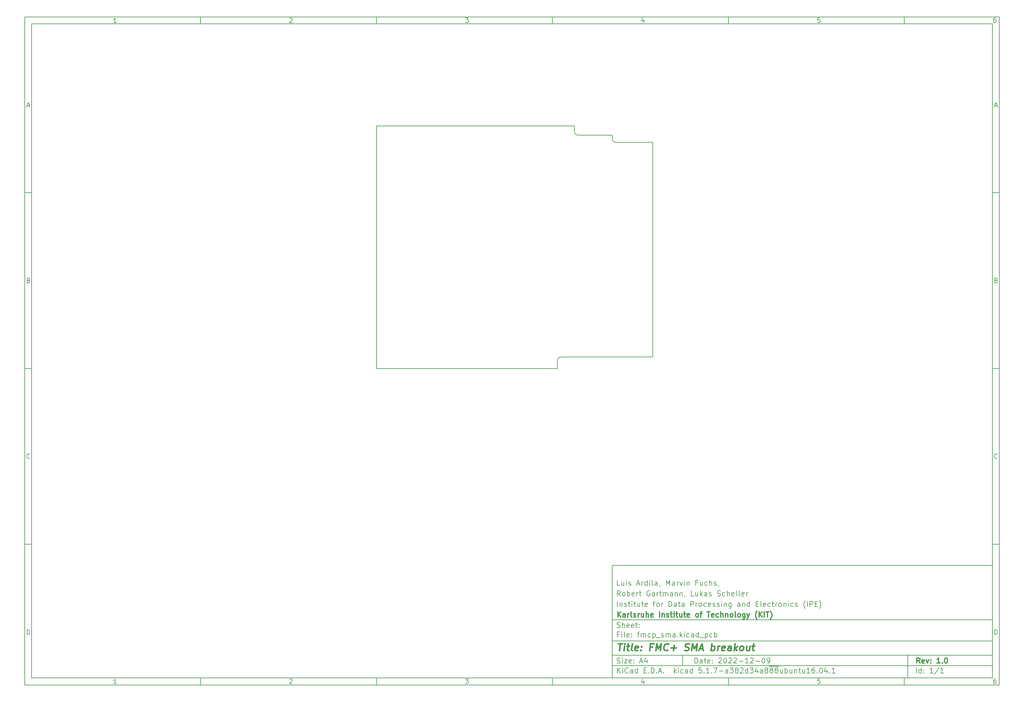
<source format=gbr>
%TF.GenerationSoftware,KiCad,Pcbnew,5.1.7-a382d34a8~88~ubuntu16.04.1*%
%TF.CreationDate,2022-12-09T17:32:21+01:00*%
%TF.ProjectId,fmcp_sma,666d6370-5f73-46d6-912e-6b696361645f,1.0*%
%TF.SameCoordinates,Original*%
%TF.FileFunction,Profile,NP*%
%FSLAX46Y46*%
G04 Gerber Fmt 4.6, Leading zero omitted, Abs format (unit mm)*
G04 Created by KiCad (PCBNEW 5.1.7-a382d34a8~88~ubuntu16.04.1) date 2022-12-09 17:32:21*
%MOMM*%
%LPD*%
G01*
G04 APERTURE LIST*
%ADD10C,0.050000*%
%ADD11C,0.150000*%
%ADD12C,0.300000*%
%ADD13C,0.400000*%
%TA.AperFunction,Profile*%
%ADD14C,0.200000*%
%TD*%
G04 APERTURE END LIST*
D10*
D11*
X177002200Y-166007200D02*
X177002200Y-198007200D01*
X285002200Y-198007200D01*
X285002200Y-166007200D01*
X177002200Y-166007200D01*
D10*
D11*
X10000000Y-10000000D02*
X10000000Y-200007200D01*
X287002200Y-200007200D01*
X287002200Y-10000000D01*
X10000000Y-10000000D01*
D10*
D11*
X12000000Y-12000000D02*
X12000000Y-198007200D01*
X285002200Y-198007200D01*
X285002200Y-12000000D01*
X12000000Y-12000000D01*
D10*
D11*
X60000000Y-12000000D02*
X60000000Y-10000000D01*
D10*
D11*
X110000000Y-12000000D02*
X110000000Y-10000000D01*
D10*
D11*
X160000000Y-12000000D02*
X160000000Y-10000000D01*
D10*
D11*
X210000000Y-12000000D02*
X210000000Y-10000000D01*
D10*
D11*
X260000000Y-12000000D02*
X260000000Y-10000000D01*
D10*
D11*
X36065476Y-11588095D02*
X35322619Y-11588095D01*
X35694047Y-11588095D02*
X35694047Y-10288095D01*
X35570238Y-10473809D01*
X35446428Y-10597619D01*
X35322619Y-10659523D01*
D10*
D11*
X85322619Y-10411904D02*
X85384523Y-10350000D01*
X85508333Y-10288095D01*
X85817857Y-10288095D01*
X85941666Y-10350000D01*
X86003571Y-10411904D01*
X86065476Y-10535714D01*
X86065476Y-10659523D01*
X86003571Y-10845238D01*
X85260714Y-11588095D01*
X86065476Y-11588095D01*
D10*
D11*
X135260714Y-10288095D02*
X136065476Y-10288095D01*
X135632142Y-10783333D01*
X135817857Y-10783333D01*
X135941666Y-10845238D01*
X136003571Y-10907142D01*
X136065476Y-11030952D01*
X136065476Y-11340476D01*
X136003571Y-11464285D01*
X135941666Y-11526190D01*
X135817857Y-11588095D01*
X135446428Y-11588095D01*
X135322619Y-11526190D01*
X135260714Y-11464285D01*
D10*
D11*
X185941666Y-10721428D02*
X185941666Y-11588095D01*
X185632142Y-10226190D02*
X185322619Y-11154761D01*
X186127380Y-11154761D01*
D10*
D11*
X236003571Y-10288095D02*
X235384523Y-10288095D01*
X235322619Y-10907142D01*
X235384523Y-10845238D01*
X235508333Y-10783333D01*
X235817857Y-10783333D01*
X235941666Y-10845238D01*
X236003571Y-10907142D01*
X236065476Y-11030952D01*
X236065476Y-11340476D01*
X236003571Y-11464285D01*
X235941666Y-11526190D01*
X235817857Y-11588095D01*
X235508333Y-11588095D01*
X235384523Y-11526190D01*
X235322619Y-11464285D01*
D10*
D11*
X285941666Y-10288095D02*
X285694047Y-10288095D01*
X285570238Y-10350000D01*
X285508333Y-10411904D01*
X285384523Y-10597619D01*
X285322619Y-10845238D01*
X285322619Y-11340476D01*
X285384523Y-11464285D01*
X285446428Y-11526190D01*
X285570238Y-11588095D01*
X285817857Y-11588095D01*
X285941666Y-11526190D01*
X286003571Y-11464285D01*
X286065476Y-11340476D01*
X286065476Y-11030952D01*
X286003571Y-10907142D01*
X285941666Y-10845238D01*
X285817857Y-10783333D01*
X285570238Y-10783333D01*
X285446428Y-10845238D01*
X285384523Y-10907142D01*
X285322619Y-11030952D01*
D10*
D11*
X60000000Y-198007200D02*
X60000000Y-200007200D01*
D10*
D11*
X110000000Y-198007200D02*
X110000000Y-200007200D01*
D10*
D11*
X160000000Y-198007200D02*
X160000000Y-200007200D01*
D10*
D11*
X210000000Y-198007200D02*
X210000000Y-200007200D01*
D10*
D11*
X260000000Y-198007200D02*
X260000000Y-200007200D01*
D10*
D11*
X36065476Y-199595295D02*
X35322619Y-199595295D01*
X35694047Y-199595295D02*
X35694047Y-198295295D01*
X35570238Y-198481009D01*
X35446428Y-198604819D01*
X35322619Y-198666723D01*
D10*
D11*
X85322619Y-198419104D02*
X85384523Y-198357200D01*
X85508333Y-198295295D01*
X85817857Y-198295295D01*
X85941666Y-198357200D01*
X86003571Y-198419104D01*
X86065476Y-198542914D01*
X86065476Y-198666723D01*
X86003571Y-198852438D01*
X85260714Y-199595295D01*
X86065476Y-199595295D01*
D10*
D11*
X135260714Y-198295295D02*
X136065476Y-198295295D01*
X135632142Y-198790533D01*
X135817857Y-198790533D01*
X135941666Y-198852438D01*
X136003571Y-198914342D01*
X136065476Y-199038152D01*
X136065476Y-199347676D01*
X136003571Y-199471485D01*
X135941666Y-199533390D01*
X135817857Y-199595295D01*
X135446428Y-199595295D01*
X135322619Y-199533390D01*
X135260714Y-199471485D01*
D10*
D11*
X185941666Y-198728628D02*
X185941666Y-199595295D01*
X185632142Y-198233390D02*
X185322619Y-199161961D01*
X186127380Y-199161961D01*
D10*
D11*
X236003571Y-198295295D02*
X235384523Y-198295295D01*
X235322619Y-198914342D01*
X235384523Y-198852438D01*
X235508333Y-198790533D01*
X235817857Y-198790533D01*
X235941666Y-198852438D01*
X236003571Y-198914342D01*
X236065476Y-199038152D01*
X236065476Y-199347676D01*
X236003571Y-199471485D01*
X235941666Y-199533390D01*
X235817857Y-199595295D01*
X235508333Y-199595295D01*
X235384523Y-199533390D01*
X235322619Y-199471485D01*
D10*
D11*
X285941666Y-198295295D02*
X285694047Y-198295295D01*
X285570238Y-198357200D01*
X285508333Y-198419104D01*
X285384523Y-198604819D01*
X285322619Y-198852438D01*
X285322619Y-199347676D01*
X285384523Y-199471485D01*
X285446428Y-199533390D01*
X285570238Y-199595295D01*
X285817857Y-199595295D01*
X285941666Y-199533390D01*
X286003571Y-199471485D01*
X286065476Y-199347676D01*
X286065476Y-199038152D01*
X286003571Y-198914342D01*
X285941666Y-198852438D01*
X285817857Y-198790533D01*
X285570238Y-198790533D01*
X285446428Y-198852438D01*
X285384523Y-198914342D01*
X285322619Y-199038152D01*
D10*
D11*
X10000000Y-60000000D02*
X12000000Y-60000000D01*
D10*
D11*
X10000000Y-110000000D02*
X12000000Y-110000000D01*
D10*
D11*
X10000000Y-160000000D02*
X12000000Y-160000000D01*
D10*
D11*
X10690476Y-35216666D02*
X11309523Y-35216666D01*
X10566666Y-35588095D02*
X11000000Y-34288095D01*
X11433333Y-35588095D01*
D10*
D11*
X11092857Y-84907142D02*
X11278571Y-84969047D01*
X11340476Y-85030952D01*
X11402380Y-85154761D01*
X11402380Y-85340476D01*
X11340476Y-85464285D01*
X11278571Y-85526190D01*
X11154761Y-85588095D01*
X10659523Y-85588095D01*
X10659523Y-84288095D01*
X11092857Y-84288095D01*
X11216666Y-84350000D01*
X11278571Y-84411904D01*
X11340476Y-84535714D01*
X11340476Y-84659523D01*
X11278571Y-84783333D01*
X11216666Y-84845238D01*
X11092857Y-84907142D01*
X10659523Y-84907142D01*
D10*
D11*
X11402380Y-135464285D02*
X11340476Y-135526190D01*
X11154761Y-135588095D01*
X11030952Y-135588095D01*
X10845238Y-135526190D01*
X10721428Y-135402380D01*
X10659523Y-135278571D01*
X10597619Y-135030952D01*
X10597619Y-134845238D01*
X10659523Y-134597619D01*
X10721428Y-134473809D01*
X10845238Y-134350000D01*
X11030952Y-134288095D01*
X11154761Y-134288095D01*
X11340476Y-134350000D01*
X11402380Y-134411904D01*
D10*
D11*
X10659523Y-185588095D02*
X10659523Y-184288095D01*
X10969047Y-184288095D01*
X11154761Y-184350000D01*
X11278571Y-184473809D01*
X11340476Y-184597619D01*
X11402380Y-184845238D01*
X11402380Y-185030952D01*
X11340476Y-185278571D01*
X11278571Y-185402380D01*
X11154761Y-185526190D01*
X10969047Y-185588095D01*
X10659523Y-185588095D01*
D10*
D11*
X287002200Y-60000000D02*
X285002200Y-60000000D01*
D10*
D11*
X287002200Y-110000000D02*
X285002200Y-110000000D01*
D10*
D11*
X287002200Y-160000000D02*
X285002200Y-160000000D01*
D10*
D11*
X285692676Y-35216666D02*
X286311723Y-35216666D01*
X285568866Y-35588095D02*
X286002200Y-34288095D01*
X286435533Y-35588095D01*
D10*
D11*
X286095057Y-84907142D02*
X286280771Y-84969047D01*
X286342676Y-85030952D01*
X286404580Y-85154761D01*
X286404580Y-85340476D01*
X286342676Y-85464285D01*
X286280771Y-85526190D01*
X286156961Y-85588095D01*
X285661723Y-85588095D01*
X285661723Y-84288095D01*
X286095057Y-84288095D01*
X286218866Y-84350000D01*
X286280771Y-84411904D01*
X286342676Y-84535714D01*
X286342676Y-84659523D01*
X286280771Y-84783333D01*
X286218866Y-84845238D01*
X286095057Y-84907142D01*
X285661723Y-84907142D01*
D10*
D11*
X286404580Y-135464285D02*
X286342676Y-135526190D01*
X286156961Y-135588095D01*
X286033152Y-135588095D01*
X285847438Y-135526190D01*
X285723628Y-135402380D01*
X285661723Y-135278571D01*
X285599819Y-135030952D01*
X285599819Y-134845238D01*
X285661723Y-134597619D01*
X285723628Y-134473809D01*
X285847438Y-134350000D01*
X286033152Y-134288095D01*
X286156961Y-134288095D01*
X286342676Y-134350000D01*
X286404580Y-134411904D01*
D10*
D11*
X285661723Y-185588095D02*
X285661723Y-184288095D01*
X285971247Y-184288095D01*
X286156961Y-184350000D01*
X286280771Y-184473809D01*
X286342676Y-184597619D01*
X286404580Y-184845238D01*
X286404580Y-185030952D01*
X286342676Y-185278571D01*
X286280771Y-185402380D01*
X286156961Y-185526190D01*
X285971247Y-185588095D01*
X285661723Y-185588095D01*
D10*
D11*
X200434342Y-193785771D02*
X200434342Y-192285771D01*
X200791485Y-192285771D01*
X201005771Y-192357200D01*
X201148628Y-192500057D01*
X201220057Y-192642914D01*
X201291485Y-192928628D01*
X201291485Y-193142914D01*
X201220057Y-193428628D01*
X201148628Y-193571485D01*
X201005771Y-193714342D01*
X200791485Y-193785771D01*
X200434342Y-193785771D01*
X202577200Y-193785771D02*
X202577200Y-193000057D01*
X202505771Y-192857200D01*
X202362914Y-192785771D01*
X202077200Y-192785771D01*
X201934342Y-192857200D01*
X202577200Y-193714342D02*
X202434342Y-193785771D01*
X202077200Y-193785771D01*
X201934342Y-193714342D01*
X201862914Y-193571485D01*
X201862914Y-193428628D01*
X201934342Y-193285771D01*
X202077200Y-193214342D01*
X202434342Y-193214342D01*
X202577200Y-193142914D01*
X203077200Y-192785771D02*
X203648628Y-192785771D01*
X203291485Y-192285771D02*
X203291485Y-193571485D01*
X203362914Y-193714342D01*
X203505771Y-193785771D01*
X203648628Y-193785771D01*
X204720057Y-193714342D02*
X204577200Y-193785771D01*
X204291485Y-193785771D01*
X204148628Y-193714342D01*
X204077200Y-193571485D01*
X204077200Y-193000057D01*
X204148628Y-192857200D01*
X204291485Y-192785771D01*
X204577200Y-192785771D01*
X204720057Y-192857200D01*
X204791485Y-193000057D01*
X204791485Y-193142914D01*
X204077200Y-193285771D01*
X205434342Y-193642914D02*
X205505771Y-193714342D01*
X205434342Y-193785771D01*
X205362914Y-193714342D01*
X205434342Y-193642914D01*
X205434342Y-193785771D01*
X205434342Y-192857200D02*
X205505771Y-192928628D01*
X205434342Y-193000057D01*
X205362914Y-192928628D01*
X205434342Y-192857200D01*
X205434342Y-193000057D01*
X207220057Y-192428628D02*
X207291485Y-192357200D01*
X207434342Y-192285771D01*
X207791485Y-192285771D01*
X207934342Y-192357200D01*
X208005771Y-192428628D01*
X208077200Y-192571485D01*
X208077200Y-192714342D01*
X208005771Y-192928628D01*
X207148628Y-193785771D01*
X208077200Y-193785771D01*
X209005771Y-192285771D02*
X209148628Y-192285771D01*
X209291485Y-192357200D01*
X209362914Y-192428628D01*
X209434342Y-192571485D01*
X209505771Y-192857200D01*
X209505771Y-193214342D01*
X209434342Y-193500057D01*
X209362914Y-193642914D01*
X209291485Y-193714342D01*
X209148628Y-193785771D01*
X209005771Y-193785771D01*
X208862914Y-193714342D01*
X208791485Y-193642914D01*
X208720057Y-193500057D01*
X208648628Y-193214342D01*
X208648628Y-192857200D01*
X208720057Y-192571485D01*
X208791485Y-192428628D01*
X208862914Y-192357200D01*
X209005771Y-192285771D01*
X210077200Y-192428628D02*
X210148628Y-192357200D01*
X210291485Y-192285771D01*
X210648628Y-192285771D01*
X210791485Y-192357200D01*
X210862914Y-192428628D01*
X210934342Y-192571485D01*
X210934342Y-192714342D01*
X210862914Y-192928628D01*
X210005771Y-193785771D01*
X210934342Y-193785771D01*
X211505771Y-192428628D02*
X211577200Y-192357200D01*
X211720057Y-192285771D01*
X212077200Y-192285771D01*
X212220057Y-192357200D01*
X212291485Y-192428628D01*
X212362914Y-192571485D01*
X212362914Y-192714342D01*
X212291485Y-192928628D01*
X211434342Y-193785771D01*
X212362914Y-193785771D01*
X213005771Y-193214342D02*
X214148628Y-193214342D01*
X215648628Y-193785771D02*
X214791485Y-193785771D01*
X215220057Y-193785771D02*
X215220057Y-192285771D01*
X215077200Y-192500057D01*
X214934342Y-192642914D01*
X214791485Y-192714342D01*
X216220057Y-192428628D02*
X216291485Y-192357200D01*
X216434342Y-192285771D01*
X216791485Y-192285771D01*
X216934342Y-192357200D01*
X217005771Y-192428628D01*
X217077200Y-192571485D01*
X217077200Y-192714342D01*
X217005771Y-192928628D01*
X216148628Y-193785771D01*
X217077200Y-193785771D01*
X217720057Y-193214342D02*
X218862914Y-193214342D01*
X219862914Y-192285771D02*
X220005771Y-192285771D01*
X220148628Y-192357200D01*
X220220057Y-192428628D01*
X220291485Y-192571485D01*
X220362914Y-192857200D01*
X220362914Y-193214342D01*
X220291485Y-193500057D01*
X220220057Y-193642914D01*
X220148628Y-193714342D01*
X220005771Y-193785771D01*
X219862914Y-193785771D01*
X219720057Y-193714342D01*
X219648628Y-193642914D01*
X219577200Y-193500057D01*
X219505771Y-193214342D01*
X219505771Y-192857200D01*
X219577200Y-192571485D01*
X219648628Y-192428628D01*
X219720057Y-192357200D01*
X219862914Y-192285771D01*
X221077200Y-193785771D02*
X221362914Y-193785771D01*
X221505771Y-193714342D01*
X221577200Y-193642914D01*
X221720057Y-193428628D01*
X221791485Y-193142914D01*
X221791485Y-192571485D01*
X221720057Y-192428628D01*
X221648628Y-192357200D01*
X221505771Y-192285771D01*
X221220057Y-192285771D01*
X221077200Y-192357200D01*
X221005771Y-192428628D01*
X220934342Y-192571485D01*
X220934342Y-192928628D01*
X221005771Y-193071485D01*
X221077200Y-193142914D01*
X221220057Y-193214342D01*
X221505771Y-193214342D01*
X221648628Y-193142914D01*
X221720057Y-193071485D01*
X221791485Y-192928628D01*
D10*
D11*
X177002200Y-194507200D02*
X285002200Y-194507200D01*
D10*
D11*
X178434342Y-196585771D02*
X178434342Y-195085771D01*
X179291485Y-196585771D02*
X178648628Y-195728628D01*
X179291485Y-195085771D02*
X178434342Y-195942914D01*
X179934342Y-196585771D02*
X179934342Y-195585771D01*
X179934342Y-195085771D02*
X179862914Y-195157200D01*
X179934342Y-195228628D01*
X180005771Y-195157200D01*
X179934342Y-195085771D01*
X179934342Y-195228628D01*
X181505771Y-196442914D02*
X181434342Y-196514342D01*
X181220057Y-196585771D01*
X181077200Y-196585771D01*
X180862914Y-196514342D01*
X180720057Y-196371485D01*
X180648628Y-196228628D01*
X180577200Y-195942914D01*
X180577200Y-195728628D01*
X180648628Y-195442914D01*
X180720057Y-195300057D01*
X180862914Y-195157200D01*
X181077200Y-195085771D01*
X181220057Y-195085771D01*
X181434342Y-195157200D01*
X181505771Y-195228628D01*
X182791485Y-196585771D02*
X182791485Y-195800057D01*
X182720057Y-195657200D01*
X182577200Y-195585771D01*
X182291485Y-195585771D01*
X182148628Y-195657200D01*
X182791485Y-196514342D02*
X182648628Y-196585771D01*
X182291485Y-196585771D01*
X182148628Y-196514342D01*
X182077200Y-196371485D01*
X182077200Y-196228628D01*
X182148628Y-196085771D01*
X182291485Y-196014342D01*
X182648628Y-196014342D01*
X182791485Y-195942914D01*
X184148628Y-196585771D02*
X184148628Y-195085771D01*
X184148628Y-196514342D02*
X184005771Y-196585771D01*
X183720057Y-196585771D01*
X183577200Y-196514342D01*
X183505771Y-196442914D01*
X183434342Y-196300057D01*
X183434342Y-195871485D01*
X183505771Y-195728628D01*
X183577200Y-195657200D01*
X183720057Y-195585771D01*
X184005771Y-195585771D01*
X184148628Y-195657200D01*
X186005771Y-195800057D02*
X186505771Y-195800057D01*
X186720057Y-196585771D02*
X186005771Y-196585771D01*
X186005771Y-195085771D01*
X186720057Y-195085771D01*
X187362914Y-196442914D02*
X187434342Y-196514342D01*
X187362914Y-196585771D01*
X187291485Y-196514342D01*
X187362914Y-196442914D01*
X187362914Y-196585771D01*
X188077200Y-196585771D02*
X188077200Y-195085771D01*
X188434342Y-195085771D01*
X188648628Y-195157200D01*
X188791485Y-195300057D01*
X188862914Y-195442914D01*
X188934342Y-195728628D01*
X188934342Y-195942914D01*
X188862914Y-196228628D01*
X188791485Y-196371485D01*
X188648628Y-196514342D01*
X188434342Y-196585771D01*
X188077200Y-196585771D01*
X189577200Y-196442914D02*
X189648628Y-196514342D01*
X189577200Y-196585771D01*
X189505771Y-196514342D01*
X189577200Y-196442914D01*
X189577200Y-196585771D01*
X190220057Y-196157200D02*
X190934342Y-196157200D01*
X190077200Y-196585771D02*
X190577200Y-195085771D01*
X191077200Y-196585771D01*
X191577200Y-196442914D02*
X191648628Y-196514342D01*
X191577200Y-196585771D01*
X191505771Y-196514342D01*
X191577200Y-196442914D01*
X191577200Y-196585771D01*
X194577200Y-196585771D02*
X194577200Y-195085771D01*
X194720057Y-196014342D02*
X195148628Y-196585771D01*
X195148628Y-195585771D02*
X194577200Y-196157200D01*
X195791485Y-196585771D02*
X195791485Y-195585771D01*
X195791485Y-195085771D02*
X195720057Y-195157200D01*
X195791485Y-195228628D01*
X195862914Y-195157200D01*
X195791485Y-195085771D01*
X195791485Y-195228628D01*
X197148628Y-196514342D02*
X197005771Y-196585771D01*
X196720057Y-196585771D01*
X196577200Y-196514342D01*
X196505771Y-196442914D01*
X196434342Y-196300057D01*
X196434342Y-195871485D01*
X196505771Y-195728628D01*
X196577200Y-195657200D01*
X196720057Y-195585771D01*
X197005771Y-195585771D01*
X197148628Y-195657200D01*
X198434342Y-196585771D02*
X198434342Y-195800057D01*
X198362914Y-195657200D01*
X198220057Y-195585771D01*
X197934342Y-195585771D01*
X197791485Y-195657200D01*
X198434342Y-196514342D02*
X198291485Y-196585771D01*
X197934342Y-196585771D01*
X197791485Y-196514342D01*
X197720057Y-196371485D01*
X197720057Y-196228628D01*
X197791485Y-196085771D01*
X197934342Y-196014342D01*
X198291485Y-196014342D01*
X198434342Y-195942914D01*
X199791485Y-196585771D02*
X199791485Y-195085771D01*
X199791485Y-196514342D02*
X199648628Y-196585771D01*
X199362914Y-196585771D01*
X199220057Y-196514342D01*
X199148628Y-196442914D01*
X199077200Y-196300057D01*
X199077200Y-195871485D01*
X199148628Y-195728628D01*
X199220057Y-195657200D01*
X199362914Y-195585771D01*
X199648628Y-195585771D01*
X199791485Y-195657200D01*
X202362914Y-195085771D02*
X201648628Y-195085771D01*
X201577200Y-195800057D01*
X201648628Y-195728628D01*
X201791485Y-195657200D01*
X202148628Y-195657200D01*
X202291485Y-195728628D01*
X202362914Y-195800057D01*
X202434342Y-195942914D01*
X202434342Y-196300057D01*
X202362914Y-196442914D01*
X202291485Y-196514342D01*
X202148628Y-196585771D01*
X201791485Y-196585771D01*
X201648628Y-196514342D01*
X201577200Y-196442914D01*
X203077200Y-196442914D02*
X203148628Y-196514342D01*
X203077200Y-196585771D01*
X203005771Y-196514342D01*
X203077200Y-196442914D01*
X203077200Y-196585771D01*
X204577200Y-196585771D02*
X203720057Y-196585771D01*
X204148628Y-196585771D02*
X204148628Y-195085771D01*
X204005771Y-195300057D01*
X203862914Y-195442914D01*
X203720057Y-195514342D01*
X205220057Y-196442914D02*
X205291485Y-196514342D01*
X205220057Y-196585771D01*
X205148628Y-196514342D01*
X205220057Y-196442914D01*
X205220057Y-196585771D01*
X205791485Y-195085771D02*
X206791485Y-195085771D01*
X206148628Y-196585771D01*
X207362914Y-196014342D02*
X208505771Y-196014342D01*
X209862914Y-196585771D02*
X209862914Y-195800057D01*
X209791485Y-195657200D01*
X209648628Y-195585771D01*
X209362914Y-195585771D01*
X209220057Y-195657200D01*
X209862914Y-196514342D02*
X209720057Y-196585771D01*
X209362914Y-196585771D01*
X209220057Y-196514342D01*
X209148628Y-196371485D01*
X209148628Y-196228628D01*
X209220057Y-196085771D01*
X209362914Y-196014342D01*
X209720057Y-196014342D01*
X209862914Y-195942914D01*
X210434342Y-195085771D02*
X211362914Y-195085771D01*
X210862914Y-195657200D01*
X211077200Y-195657200D01*
X211220057Y-195728628D01*
X211291485Y-195800057D01*
X211362914Y-195942914D01*
X211362914Y-196300057D01*
X211291485Y-196442914D01*
X211220057Y-196514342D01*
X211077200Y-196585771D01*
X210648628Y-196585771D01*
X210505771Y-196514342D01*
X210434342Y-196442914D01*
X212220057Y-195728628D02*
X212077200Y-195657200D01*
X212005771Y-195585771D01*
X211934342Y-195442914D01*
X211934342Y-195371485D01*
X212005771Y-195228628D01*
X212077200Y-195157200D01*
X212220057Y-195085771D01*
X212505771Y-195085771D01*
X212648628Y-195157200D01*
X212720057Y-195228628D01*
X212791485Y-195371485D01*
X212791485Y-195442914D01*
X212720057Y-195585771D01*
X212648628Y-195657200D01*
X212505771Y-195728628D01*
X212220057Y-195728628D01*
X212077200Y-195800057D01*
X212005771Y-195871485D01*
X211934342Y-196014342D01*
X211934342Y-196300057D01*
X212005771Y-196442914D01*
X212077200Y-196514342D01*
X212220057Y-196585771D01*
X212505771Y-196585771D01*
X212648628Y-196514342D01*
X212720057Y-196442914D01*
X212791485Y-196300057D01*
X212791485Y-196014342D01*
X212720057Y-195871485D01*
X212648628Y-195800057D01*
X212505771Y-195728628D01*
X213362914Y-195228628D02*
X213434342Y-195157200D01*
X213577200Y-195085771D01*
X213934342Y-195085771D01*
X214077200Y-195157200D01*
X214148628Y-195228628D01*
X214220057Y-195371485D01*
X214220057Y-195514342D01*
X214148628Y-195728628D01*
X213291485Y-196585771D01*
X214220057Y-196585771D01*
X215505771Y-196585771D02*
X215505771Y-195085771D01*
X215505771Y-196514342D02*
X215362914Y-196585771D01*
X215077200Y-196585771D01*
X214934342Y-196514342D01*
X214862914Y-196442914D01*
X214791485Y-196300057D01*
X214791485Y-195871485D01*
X214862914Y-195728628D01*
X214934342Y-195657200D01*
X215077200Y-195585771D01*
X215362914Y-195585771D01*
X215505771Y-195657200D01*
X216077200Y-195085771D02*
X217005771Y-195085771D01*
X216505771Y-195657200D01*
X216720057Y-195657200D01*
X216862914Y-195728628D01*
X216934342Y-195800057D01*
X217005771Y-195942914D01*
X217005771Y-196300057D01*
X216934342Y-196442914D01*
X216862914Y-196514342D01*
X216720057Y-196585771D01*
X216291485Y-196585771D01*
X216148628Y-196514342D01*
X216077200Y-196442914D01*
X218291485Y-195585771D02*
X218291485Y-196585771D01*
X217934342Y-195014342D02*
X217577200Y-196085771D01*
X218505771Y-196085771D01*
X219720057Y-196585771D02*
X219720057Y-195800057D01*
X219648628Y-195657200D01*
X219505771Y-195585771D01*
X219220057Y-195585771D01*
X219077200Y-195657200D01*
X219720057Y-196514342D02*
X219577200Y-196585771D01*
X219220057Y-196585771D01*
X219077200Y-196514342D01*
X219005771Y-196371485D01*
X219005771Y-196228628D01*
X219077200Y-196085771D01*
X219220057Y-196014342D01*
X219577200Y-196014342D01*
X219720057Y-195942914D01*
X220648628Y-195728628D02*
X220505771Y-195657200D01*
X220434342Y-195585771D01*
X220362914Y-195442914D01*
X220362914Y-195371485D01*
X220434342Y-195228628D01*
X220505771Y-195157200D01*
X220648628Y-195085771D01*
X220934342Y-195085771D01*
X221077200Y-195157200D01*
X221148628Y-195228628D01*
X221220057Y-195371485D01*
X221220057Y-195442914D01*
X221148628Y-195585771D01*
X221077200Y-195657200D01*
X220934342Y-195728628D01*
X220648628Y-195728628D01*
X220505771Y-195800057D01*
X220434342Y-195871485D01*
X220362914Y-196014342D01*
X220362914Y-196300057D01*
X220434342Y-196442914D01*
X220505771Y-196514342D01*
X220648628Y-196585771D01*
X220934342Y-196585771D01*
X221077200Y-196514342D01*
X221148628Y-196442914D01*
X221220057Y-196300057D01*
X221220057Y-196014342D01*
X221148628Y-195871485D01*
X221077200Y-195800057D01*
X220934342Y-195728628D01*
X221505771Y-194677200D02*
X222934342Y-194677200D01*
X222077200Y-195728628D02*
X221934342Y-195657200D01*
X221862914Y-195585771D01*
X221791485Y-195442914D01*
X221791485Y-195371485D01*
X221862914Y-195228628D01*
X221934342Y-195157200D01*
X222077200Y-195085771D01*
X222362914Y-195085771D01*
X222505771Y-195157200D01*
X222577200Y-195228628D01*
X222648628Y-195371485D01*
X222648628Y-195442914D01*
X222577200Y-195585771D01*
X222505771Y-195657200D01*
X222362914Y-195728628D01*
X222077200Y-195728628D01*
X221934342Y-195800057D01*
X221862914Y-195871485D01*
X221791485Y-196014342D01*
X221791485Y-196300057D01*
X221862914Y-196442914D01*
X221934342Y-196514342D01*
X222077200Y-196585771D01*
X222362914Y-196585771D01*
X222505771Y-196514342D01*
X222577200Y-196442914D01*
X222648628Y-196300057D01*
X222648628Y-196014342D01*
X222577200Y-195871485D01*
X222505771Y-195800057D01*
X222362914Y-195728628D01*
X222934342Y-194677200D02*
X224362914Y-194677200D01*
X223505771Y-195728628D02*
X223362914Y-195657200D01*
X223291485Y-195585771D01*
X223220057Y-195442914D01*
X223220057Y-195371485D01*
X223291485Y-195228628D01*
X223362914Y-195157200D01*
X223505771Y-195085771D01*
X223791485Y-195085771D01*
X223934342Y-195157200D01*
X224005771Y-195228628D01*
X224077199Y-195371485D01*
X224077199Y-195442914D01*
X224005771Y-195585771D01*
X223934342Y-195657200D01*
X223791485Y-195728628D01*
X223505771Y-195728628D01*
X223362914Y-195800057D01*
X223291485Y-195871485D01*
X223220057Y-196014342D01*
X223220057Y-196300057D01*
X223291485Y-196442914D01*
X223362914Y-196514342D01*
X223505771Y-196585771D01*
X223791485Y-196585771D01*
X223934342Y-196514342D01*
X224005771Y-196442914D01*
X224077199Y-196300057D01*
X224077199Y-196014342D01*
X224005771Y-195871485D01*
X223934342Y-195800057D01*
X223791485Y-195728628D01*
X225362914Y-195585771D02*
X225362914Y-196585771D01*
X224720057Y-195585771D02*
X224720057Y-196371485D01*
X224791485Y-196514342D01*
X224934342Y-196585771D01*
X225148628Y-196585771D01*
X225291485Y-196514342D01*
X225362914Y-196442914D01*
X226077199Y-196585771D02*
X226077199Y-195085771D01*
X226077199Y-195657200D02*
X226220057Y-195585771D01*
X226505771Y-195585771D01*
X226648628Y-195657200D01*
X226720057Y-195728628D01*
X226791485Y-195871485D01*
X226791485Y-196300057D01*
X226720057Y-196442914D01*
X226648628Y-196514342D01*
X226505771Y-196585771D01*
X226220057Y-196585771D01*
X226077199Y-196514342D01*
X228077199Y-195585771D02*
X228077199Y-196585771D01*
X227434342Y-195585771D02*
X227434342Y-196371485D01*
X227505771Y-196514342D01*
X227648628Y-196585771D01*
X227862914Y-196585771D01*
X228005771Y-196514342D01*
X228077199Y-196442914D01*
X228791485Y-195585771D02*
X228791485Y-196585771D01*
X228791485Y-195728628D02*
X228862914Y-195657200D01*
X229005771Y-195585771D01*
X229220057Y-195585771D01*
X229362914Y-195657200D01*
X229434342Y-195800057D01*
X229434342Y-196585771D01*
X229934342Y-195585771D02*
X230505771Y-195585771D01*
X230148628Y-195085771D02*
X230148628Y-196371485D01*
X230220057Y-196514342D01*
X230362914Y-196585771D01*
X230505771Y-196585771D01*
X231648628Y-195585771D02*
X231648628Y-196585771D01*
X231005771Y-195585771D02*
X231005771Y-196371485D01*
X231077199Y-196514342D01*
X231220057Y-196585771D01*
X231434342Y-196585771D01*
X231577199Y-196514342D01*
X231648628Y-196442914D01*
X233148628Y-196585771D02*
X232291485Y-196585771D01*
X232720057Y-196585771D02*
X232720057Y-195085771D01*
X232577200Y-195300057D01*
X232434342Y-195442914D01*
X232291485Y-195514342D01*
X234434342Y-195085771D02*
X234148628Y-195085771D01*
X234005771Y-195157200D01*
X233934342Y-195228628D01*
X233791485Y-195442914D01*
X233720057Y-195728628D01*
X233720057Y-196300057D01*
X233791485Y-196442914D01*
X233862914Y-196514342D01*
X234005771Y-196585771D01*
X234291485Y-196585771D01*
X234434342Y-196514342D01*
X234505771Y-196442914D01*
X234577199Y-196300057D01*
X234577199Y-195942914D01*
X234505771Y-195800057D01*
X234434342Y-195728628D01*
X234291485Y-195657200D01*
X234005771Y-195657200D01*
X233862914Y-195728628D01*
X233791485Y-195800057D01*
X233720057Y-195942914D01*
X235220057Y-196442914D02*
X235291485Y-196514342D01*
X235220057Y-196585771D01*
X235148628Y-196514342D01*
X235220057Y-196442914D01*
X235220057Y-196585771D01*
X236220057Y-195085771D02*
X236362914Y-195085771D01*
X236505771Y-195157200D01*
X236577199Y-195228628D01*
X236648628Y-195371485D01*
X236720057Y-195657200D01*
X236720057Y-196014342D01*
X236648628Y-196300057D01*
X236577199Y-196442914D01*
X236505771Y-196514342D01*
X236362914Y-196585771D01*
X236220057Y-196585771D01*
X236077199Y-196514342D01*
X236005771Y-196442914D01*
X235934342Y-196300057D01*
X235862914Y-196014342D01*
X235862914Y-195657200D01*
X235934342Y-195371485D01*
X236005771Y-195228628D01*
X236077199Y-195157200D01*
X236220057Y-195085771D01*
X238005771Y-195585771D02*
X238005771Y-196585771D01*
X237648628Y-195014342D02*
X237291485Y-196085771D01*
X238220057Y-196085771D01*
X238791485Y-196442914D02*
X238862914Y-196514342D01*
X238791485Y-196585771D01*
X238720057Y-196514342D01*
X238791485Y-196442914D01*
X238791485Y-196585771D01*
X240291485Y-196585771D02*
X239434342Y-196585771D01*
X239862914Y-196585771D02*
X239862914Y-195085771D01*
X239720057Y-195300057D01*
X239577199Y-195442914D01*
X239434342Y-195514342D01*
D10*
D11*
X177002200Y-191507200D02*
X285002200Y-191507200D01*
D10*
D12*
X264411485Y-193785771D02*
X263911485Y-193071485D01*
X263554342Y-193785771D02*
X263554342Y-192285771D01*
X264125771Y-192285771D01*
X264268628Y-192357200D01*
X264340057Y-192428628D01*
X264411485Y-192571485D01*
X264411485Y-192785771D01*
X264340057Y-192928628D01*
X264268628Y-193000057D01*
X264125771Y-193071485D01*
X263554342Y-193071485D01*
X265625771Y-193714342D02*
X265482914Y-193785771D01*
X265197200Y-193785771D01*
X265054342Y-193714342D01*
X264982914Y-193571485D01*
X264982914Y-193000057D01*
X265054342Y-192857200D01*
X265197200Y-192785771D01*
X265482914Y-192785771D01*
X265625771Y-192857200D01*
X265697200Y-193000057D01*
X265697200Y-193142914D01*
X264982914Y-193285771D01*
X266197200Y-192785771D02*
X266554342Y-193785771D01*
X266911485Y-192785771D01*
X267482914Y-193642914D02*
X267554342Y-193714342D01*
X267482914Y-193785771D01*
X267411485Y-193714342D01*
X267482914Y-193642914D01*
X267482914Y-193785771D01*
X267482914Y-192857200D02*
X267554342Y-192928628D01*
X267482914Y-193000057D01*
X267411485Y-192928628D01*
X267482914Y-192857200D01*
X267482914Y-193000057D01*
X270125771Y-193785771D02*
X269268628Y-193785771D01*
X269697200Y-193785771D02*
X269697200Y-192285771D01*
X269554342Y-192500057D01*
X269411485Y-192642914D01*
X269268628Y-192714342D01*
X270768628Y-193642914D02*
X270840057Y-193714342D01*
X270768628Y-193785771D01*
X270697200Y-193714342D01*
X270768628Y-193642914D01*
X270768628Y-193785771D01*
X271768628Y-192285771D02*
X271911485Y-192285771D01*
X272054342Y-192357200D01*
X272125771Y-192428628D01*
X272197200Y-192571485D01*
X272268628Y-192857200D01*
X272268628Y-193214342D01*
X272197200Y-193500057D01*
X272125771Y-193642914D01*
X272054342Y-193714342D01*
X271911485Y-193785771D01*
X271768628Y-193785771D01*
X271625771Y-193714342D01*
X271554342Y-193642914D01*
X271482914Y-193500057D01*
X271411485Y-193214342D01*
X271411485Y-192857200D01*
X271482914Y-192571485D01*
X271554342Y-192428628D01*
X271625771Y-192357200D01*
X271768628Y-192285771D01*
D10*
D11*
X178362914Y-193714342D02*
X178577200Y-193785771D01*
X178934342Y-193785771D01*
X179077200Y-193714342D01*
X179148628Y-193642914D01*
X179220057Y-193500057D01*
X179220057Y-193357200D01*
X179148628Y-193214342D01*
X179077200Y-193142914D01*
X178934342Y-193071485D01*
X178648628Y-193000057D01*
X178505771Y-192928628D01*
X178434342Y-192857200D01*
X178362914Y-192714342D01*
X178362914Y-192571485D01*
X178434342Y-192428628D01*
X178505771Y-192357200D01*
X178648628Y-192285771D01*
X179005771Y-192285771D01*
X179220057Y-192357200D01*
X179862914Y-193785771D02*
X179862914Y-192785771D01*
X179862914Y-192285771D02*
X179791485Y-192357200D01*
X179862914Y-192428628D01*
X179934342Y-192357200D01*
X179862914Y-192285771D01*
X179862914Y-192428628D01*
X180434342Y-192785771D02*
X181220057Y-192785771D01*
X180434342Y-193785771D01*
X181220057Y-193785771D01*
X182362914Y-193714342D02*
X182220057Y-193785771D01*
X181934342Y-193785771D01*
X181791485Y-193714342D01*
X181720057Y-193571485D01*
X181720057Y-193000057D01*
X181791485Y-192857200D01*
X181934342Y-192785771D01*
X182220057Y-192785771D01*
X182362914Y-192857200D01*
X182434342Y-193000057D01*
X182434342Y-193142914D01*
X181720057Y-193285771D01*
X183077200Y-193642914D02*
X183148628Y-193714342D01*
X183077200Y-193785771D01*
X183005771Y-193714342D01*
X183077200Y-193642914D01*
X183077200Y-193785771D01*
X183077200Y-192857200D02*
X183148628Y-192928628D01*
X183077200Y-193000057D01*
X183005771Y-192928628D01*
X183077200Y-192857200D01*
X183077200Y-193000057D01*
X184862914Y-193357200D02*
X185577200Y-193357200D01*
X184720057Y-193785771D02*
X185220057Y-192285771D01*
X185720057Y-193785771D01*
X186862914Y-192785771D02*
X186862914Y-193785771D01*
X186505771Y-192214342D02*
X186148628Y-193285771D01*
X187077200Y-193285771D01*
D10*
D11*
X263434342Y-196585771D02*
X263434342Y-195085771D01*
X264791485Y-196585771D02*
X264791485Y-195085771D01*
X264791485Y-196514342D02*
X264648628Y-196585771D01*
X264362914Y-196585771D01*
X264220057Y-196514342D01*
X264148628Y-196442914D01*
X264077200Y-196300057D01*
X264077200Y-195871485D01*
X264148628Y-195728628D01*
X264220057Y-195657200D01*
X264362914Y-195585771D01*
X264648628Y-195585771D01*
X264791485Y-195657200D01*
X265505771Y-196442914D02*
X265577200Y-196514342D01*
X265505771Y-196585771D01*
X265434342Y-196514342D01*
X265505771Y-196442914D01*
X265505771Y-196585771D01*
X265505771Y-195657200D02*
X265577200Y-195728628D01*
X265505771Y-195800057D01*
X265434342Y-195728628D01*
X265505771Y-195657200D01*
X265505771Y-195800057D01*
X268148628Y-196585771D02*
X267291485Y-196585771D01*
X267720057Y-196585771D02*
X267720057Y-195085771D01*
X267577200Y-195300057D01*
X267434342Y-195442914D01*
X267291485Y-195514342D01*
X269862914Y-195014342D02*
X268577200Y-196942914D01*
X271148628Y-196585771D02*
X270291485Y-196585771D01*
X270720057Y-196585771D02*
X270720057Y-195085771D01*
X270577200Y-195300057D01*
X270434342Y-195442914D01*
X270291485Y-195514342D01*
D10*
D11*
X177002200Y-187507200D02*
X285002200Y-187507200D01*
D10*
D13*
X178714580Y-188211961D02*
X179857438Y-188211961D01*
X179036009Y-190211961D02*
X179286009Y-188211961D01*
X180274104Y-190211961D02*
X180440771Y-188878628D01*
X180524104Y-188211961D02*
X180416961Y-188307200D01*
X180500295Y-188402438D01*
X180607438Y-188307200D01*
X180524104Y-188211961D01*
X180500295Y-188402438D01*
X181107438Y-188878628D02*
X181869342Y-188878628D01*
X181476485Y-188211961D02*
X181262200Y-189926247D01*
X181333628Y-190116723D01*
X181512200Y-190211961D01*
X181702676Y-190211961D01*
X182655057Y-190211961D02*
X182476485Y-190116723D01*
X182405057Y-189926247D01*
X182619342Y-188211961D01*
X184190771Y-190116723D02*
X183988390Y-190211961D01*
X183607438Y-190211961D01*
X183428866Y-190116723D01*
X183357438Y-189926247D01*
X183452676Y-189164342D01*
X183571723Y-188973866D01*
X183774104Y-188878628D01*
X184155057Y-188878628D01*
X184333628Y-188973866D01*
X184405057Y-189164342D01*
X184381247Y-189354819D01*
X183405057Y-189545295D01*
X185155057Y-190021485D02*
X185238390Y-190116723D01*
X185131247Y-190211961D01*
X185047914Y-190116723D01*
X185155057Y-190021485D01*
X185131247Y-190211961D01*
X185286009Y-188973866D02*
X185369342Y-189069104D01*
X185262200Y-189164342D01*
X185178866Y-189069104D01*
X185286009Y-188973866D01*
X185262200Y-189164342D01*
X188405057Y-189164342D02*
X187738390Y-189164342D01*
X187607438Y-190211961D02*
X187857438Y-188211961D01*
X188809819Y-188211961D01*
X189321723Y-190211961D02*
X189571723Y-188211961D01*
X190059819Y-189640533D01*
X190905057Y-188211961D01*
X190655057Y-190211961D01*
X192774104Y-190021485D02*
X192666961Y-190116723D01*
X192369342Y-190211961D01*
X192178866Y-190211961D01*
X191905057Y-190116723D01*
X191738390Y-189926247D01*
X191666961Y-189735771D01*
X191619342Y-189354819D01*
X191655057Y-189069104D01*
X191797914Y-188688152D01*
X191916961Y-188497676D01*
X192131247Y-188307200D01*
X192428866Y-188211961D01*
X192619342Y-188211961D01*
X192893152Y-188307200D01*
X192976485Y-188402438D01*
X193702676Y-189450057D02*
X195226485Y-189450057D01*
X194369342Y-190211961D02*
X194559819Y-188688152D01*
X197524104Y-190116723D02*
X197797914Y-190211961D01*
X198274104Y-190211961D01*
X198476485Y-190116723D01*
X198583628Y-190021485D01*
X198702676Y-189831009D01*
X198726485Y-189640533D01*
X198655057Y-189450057D01*
X198571723Y-189354819D01*
X198393152Y-189259580D01*
X198024104Y-189164342D01*
X197845533Y-189069104D01*
X197762200Y-188973866D01*
X197690771Y-188783390D01*
X197714580Y-188592914D01*
X197833628Y-188402438D01*
X197940771Y-188307200D01*
X198143152Y-188211961D01*
X198619342Y-188211961D01*
X198893152Y-188307200D01*
X199512200Y-190211961D02*
X199762200Y-188211961D01*
X200250295Y-189640533D01*
X201095533Y-188211961D01*
X200845533Y-190211961D01*
X201774104Y-189640533D02*
X202726485Y-189640533D01*
X201512200Y-190211961D02*
X202428866Y-188211961D01*
X202845533Y-190211961D01*
X205036009Y-190211961D02*
X205286009Y-188211961D01*
X205190771Y-188973866D02*
X205393152Y-188878628D01*
X205774104Y-188878628D01*
X205952676Y-188973866D01*
X206036009Y-189069104D01*
X206107438Y-189259580D01*
X206036009Y-189831009D01*
X205916961Y-190021485D01*
X205809819Y-190116723D01*
X205607438Y-190211961D01*
X205226485Y-190211961D01*
X205047914Y-190116723D01*
X206845533Y-190211961D02*
X207012200Y-188878628D01*
X206964580Y-189259580D02*
X207083628Y-189069104D01*
X207190771Y-188973866D01*
X207393152Y-188878628D01*
X207583628Y-188878628D01*
X208857438Y-190116723D02*
X208655057Y-190211961D01*
X208274104Y-190211961D01*
X208095533Y-190116723D01*
X208024104Y-189926247D01*
X208119342Y-189164342D01*
X208238390Y-188973866D01*
X208440771Y-188878628D01*
X208821723Y-188878628D01*
X209000295Y-188973866D01*
X209071723Y-189164342D01*
X209047914Y-189354819D01*
X208071723Y-189545295D01*
X210655057Y-190211961D02*
X210786009Y-189164342D01*
X210714580Y-188973866D01*
X210536009Y-188878628D01*
X210155057Y-188878628D01*
X209952676Y-188973866D01*
X210666961Y-190116723D02*
X210464580Y-190211961D01*
X209988390Y-190211961D01*
X209809819Y-190116723D01*
X209738390Y-189926247D01*
X209762200Y-189735771D01*
X209881247Y-189545295D01*
X210083628Y-189450057D01*
X210559819Y-189450057D01*
X210762200Y-189354819D01*
X211607438Y-190211961D02*
X211857438Y-188211961D01*
X211893152Y-189450057D02*
X212369342Y-190211961D01*
X212536009Y-188878628D02*
X211678866Y-189640533D01*
X213512200Y-190211961D02*
X213333628Y-190116723D01*
X213250295Y-190021485D01*
X213178866Y-189831009D01*
X213250295Y-189259580D01*
X213369342Y-189069104D01*
X213476485Y-188973866D01*
X213678866Y-188878628D01*
X213964580Y-188878628D01*
X214143152Y-188973866D01*
X214226485Y-189069104D01*
X214297914Y-189259580D01*
X214226485Y-189831009D01*
X214107438Y-190021485D01*
X214000295Y-190116723D01*
X213797914Y-190211961D01*
X213512200Y-190211961D01*
X216059819Y-188878628D02*
X215893152Y-190211961D01*
X215202676Y-188878628D02*
X215071723Y-189926247D01*
X215143152Y-190116723D01*
X215321723Y-190211961D01*
X215607438Y-190211961D01*
X215809819Y-190116723D01*
X215916961Y-190021485D01*
X216726485Y-188878628D02*
X217488390Y-188878628D01*
X217095533Y-188211961D02*
X216881247Y-189926247D01*
X216952676Y-190116723D01*
X217131247Y-190211961D01*
X217321723Y-190211961D01*
D10*
D11*
X178934342Y-185600057D02*
X178434342Y-185600057D01*
X178434342Y-186385771D02*
X178434342Y-184885771D01*
X179148628Y-184885771D01*
X179720057Y-186385771D02*
X179720057Y-185385771D01*
X179720057Y-184885771D02*
X179648628Y-184957200D01*
X179720057Y-185028628D01*
X179791485Y-184957200D01*
X179720057Y-184885771D01*
X179720057Y-185028628D01*
X180648628Y-186385771D02*
X180505771Y-186314342D01*
X180434342Y-186171485D01*
X180434342Y-184885771D01*
X181791485Y-186314342D02*
X181648628Y-186385771D01*
X181362914Y-186385771D01*
X181220057Y-186314342D01*
X181148628Y-186171485D01*
X181148628Y-185600057D01*
X181220057Y-185457200D01*
X181362914Y-185385771D01*
X181648628Y-185385771D01*
X181791485Y-185457200D01*
X181862914Y-185600057D01*
X181862914Y-185742914D01*
X181148628Y-185885771D01*
X182505771Y-186242914D02*
X182577200Y-186314342D01*
X182505771Y-186385771D01*
X182434342Y-186314342D01*
X182505771Y-186242914D01*
X182505771Y-186385771D01*
X182505771Y-185457200D02*
X182577200Y-185528628D01*
X182505771Y-185600057D01*
X182434342Y-185528628D01*
X182505771Y-185457200D01*
X182505771Y-185600057D01*
X184148628Y-185385771D02*
X184720057Y-185385771D01*
X184362914Y-186385771D02*
X184362914Y-185100057D01*
X184434342Y-184957200D01*
X184577200Y-184885771D01*
X184720057Y-184885771D01*
X185220057Y-186385771D02*
X185220057Y-185385771D01*
X185220057Y-185528628D02*
X185291485Y-185457200D01*
X185434342Y-185385771D01*
X185648628Y-185385771D01*
X185791485Y-185457200D01*
X185862914Y-185600057D01*
X185862914Y-186385771D01*
X185862914Y-185600057D02*
X185934342Y-185457200D01*
X186077200Y-185385771D01*
X186291485Y-185385771D01*
X186434342Y-185457200D01*
X186505771Y-185600057D01*
X186505771Y-186385771D01*
X187862914Y-186314342D02*
X187720057Y-186385771D01*
X187434342Y-186385771D01*
X187291485Y-186314342D01*
X187220057Y-186242914D01*
X187148628Y-186100057D01*
X187148628Y-185671485D01*
X187220057Y-185528628D01*
X187291485Y-185457200D01*
X187434342Y-185385771D01*
X187720057Y-185385771D01*
X187862914Y-185457200D01*
X188505771Y-185385771D02*
X188505771Y-186885771D01*
X188505771Y-185457200D02*
X188648628Y-185385771D01*
X188934342Y-185385771D01*
X189077200Y-185457200D01*
X189148628Y-185528628D01*
X189220057Y-185671485D01*
X189220057Y-186100057D01*
X189148628Y-186242914D01*
X189077200Y-186314342D01*
X188934342Y-186385771D01*
X188648628Y-186385771D01*
X188505771Y-186314342D01*
X189505771Y-186528628D02*
X190648628Y-186528628D01*
X190934342Y-186314342D02*
X191077200Y-186385771D01*
X191362914Y-186385771D01*
X191505771Y-186314342D01*
X191577200Y-186171485D01*
X191577200Y-186100057D01*
X191505771Y-185957200D01*
X191362914Y-185885771D01*
X191148628Y-185885771D01*
X191005771Y-185814342D01*
X190934342Y-185671485D01*
X190934342Y-185600057D01*
X191005771Y-185457200D01*
X191148628Y-185385771D01*
X191362914Y-185385771D01*
X191505771Y-185457200D01*
X192220057Y-186385771D02*
X192220057Y-185385771D01*
X192220057Y-185528628D02*
X192291485Y-185457200D01*
X192434342Y-185385771D01*
X192648628Y-185385771D01*
X192791485Y-185457200D01*
X192862914Y-185600057D01*
X192862914Y-186385771D01*
X192862914Y-185600057D02*
X192934342Y-185457200D01*
X193077200Y-185385771D01*
X193291485Y-185385771D01*
X193434342Y-185457200D01*
X193505771Y-185600057D01*
X193505771Y-186385771D01*
X194862914Y-186385771D02*
X194862914Y-185600057D01*
X194791485Y-185457200D01*
X194648628Y-185385771D01*
X194362914Y-185385771D01*
X194220057Y-185457200D01*
X194862914Y-186314342D02*
X194720057Y-186385771D01*
X194362914Y-186385771D01*
X194220057Y-186314342D01*
X194148628Y-186171485D01*
X194148628Y-186028628D01*
X194220057Y-185885771D01*
X194362914Y-185814342D01*
X194720057Y-185814342D01*
X194862914Y-185742914D01*
X195577200Y-186242914D02*
X195648628Y-186314342D01*
X195577200Y-186385771D01*
X195505771Y-186314342D01*
X195577200Y-186242914D01*
X195577200Y-186385771D01*
X196291485Y-186385771D02*
X196291485Y-184885771D01*
X196434342Y-185814342D02*
X196862914Y-186385771D01*
X196862914Y-185385771D02*
X196291485Y-185957200D01*
X197505771Y-186385771D02*
X197505771Y-185385771D01*
X197505771Y-184885771D02*
X197434342Y-184957200D01*
X197505771Y-185028628D01*
X197577200Y-184957200D01*
X197505771Y-184885771D01*
X197505771Y-185028628D01*
X198862914Y-186314342D02*
X198720057Y-186385771D01*
X198434342Y-186385771D01*
X198291485Y-186314342D01*
X198220057Y-186242914D01*
X198148628Y-186100057D01*
X198148628Y-185671485D01*
X198220057Y-185528628D01*
X198291485Y-185457200D01*
X198434342Y-185385771D01*
X198720057Y-185385771D01*
X198862914Y-185457200D01*
X200148628Y-186385771D02*
X200148628Y-185600057D01*
X200077200Y-185457200D01*
X199934342Y-185385771D01*
X199648628Y-185385771D01*
X199505771Y-185457200D01*
X200148628Y-186314342D02*
X200005771Y-186385771D01*
X199648628Y-186385771D01*
X199505771Y-186314342D01*
X199434342Y-186171485D01*
X199434342Y-186028628D01*
X199505771Y-185885771D01*
X199648628Y-185814342D01*
X200005771Y-185814342D01*
X200148628Y-185742914D01*
X201505771Y-186385771D02*
X201505771Y-184885771D01*
X201505771Y-186314342D02*
X201362914Y-186385771D01*
X201077200Y-186385771D01*
X200934342Y-186314342D01*
X200862914Y-186242914D01*
X200791485Y-186100057D01*
X200791485Y-185671485D01*
X200862914Y-185528628D01*
X200934342Y-185457200D01*
X201077200Y-185385771D01*
X201362914Y-185385771D01*
X201505771Y-185457200D01*
X201862914Y-186528628D02*
X203005771Y-186528628D01*
X203362914Y-185385771D02*
X203362914Y-186885771D01*
X203362914Y-185457200D02*
X203505771Y-185385771D01*
X203791485Y-185385771D01*
X203934342Y-185457200D01*
X204005771Y-185528628D01*
X204077200Y-185671485D01*
X204077200Y-186100057D01*
X204005771Y-186242914D01*
X203934342Y-186314342D01*
X203791485Y-186385771D01*
X203505771Y-186385771D01*
X203362914Y-186314342D01*
X205362914Y-186314342D02*
X205220057Y-186385771D01*
X204934342Y-186385771D01*
X204791485Y-186314342D01*
X204720057Y-186242914D01*
X204648628Y-186100057D01*
X204648628Y-185671485D01*
X204720057Y-185528628D01*
X204791485Y-185457200D01*
X204934342Y-185385771D01*
X205220057Y-185385771D01*
X205362914Y-185457200D01*
X206005771Y-186385771D02*
X206005771Y-184885771D01*
X206005771Y-185457200D02*
X206148628Y-185385771D01*
X206434342Y-185385771D01*
X206577200Y-185457200D01*
X206648628Y-185528628D01*
X206720057Y-185671485D01*
X206720057Y-186100057D01*
X206648628Y-186242914D01*
X206577200Y-186314342D01*
X206434342Y-186385771D01*
X206148628Y-186385771D01*
X206005771Y-186314342D01*
D10*
D11*
X177002200Y-181507200D02*
X285002200Y-181507200D01*
D10*
D11*
X178362914Y-183614342D02*
X178577200Y-183685771D01*
X178934342Y-183685771D01*
X179077200Y-183614342D01*
X179148628Y-183542914D01*
X179220057Y-183400057D01*
X179220057Y-183257200D01*
X179148628Y-183114342D01*
X179077200Y-183042914D01*
X178934342Y-182971485D01*
X178648628Y-182900057D01*
X178505771Y-182828628D01*
X178434342Y-182757200D01*
X178362914Y-182614342D01*
X178362914Y-182471485D01*
X178434342Y-182328628D01*
X178505771Y-182257200D01*
X178648628Y-182185771D01*
X179005771Y-182185771D01*
X179220057Y-182257200D01*
X179862914Y-183685771D02*
X179862914Y-182185771D01*
X180505771Y-183685771D02*
X180505771Y-182900057D01*
X180434342Y-182757200D01*
X180291485Y-182685771D01*
X180077200Y-182685771D01*
X179934342Y-182757200D01*
X179862914Y-182828628D01*
X181791485Y-183614342D02*
X181648628Y-183685771D01*
X181362914Y-183685771D01*
X181220057Y-183614342D01*
X181148628Y-183471485D01*
X181148628Y-182900057D01*
X181220057Y-182757200D01*
X181362914Y-182685771D01*
X181648628Y-182685771D01*
X181791485Y-182757200D01*
X181862914Y-182900057D01*
X181862914Y-183042914D01*
X181148628Y-183185771D01*
X183077200Y-183614342D02*
X182934342Y-183685771D01*
X182648628Y-183685771D01*
X182505771Y-183614342D01*
X182434342Y-183471485D01*
X182434342Y-182900057D01*
X182505771Y-182757200D01*
X182648628Y-182685771D01*
X182934342Y-182685771D01*
X183077200Y-182757200D01*
X183148628Y-182900057D01*
X183148628Y-183042914D01*
X182434342Y-183185771D01*
X183577200Y-182685771D02*
X184148628Y-182685771D01*
X183791485Y-182185771D02*
X183791485Y-183471485D01*
X183862914Y-183614342D01*
X184005771Y-183685771D01*
X184148628Y-183685771D01*
X184648628Y-183542914D02*
X184720057Y-183614342D01*
X184648628Y-183685771D01*
X184577200Y-183614342D01*
X184648628Y-183542914D01*
X184648628Y-183685771D01*
X184648628Y-182757200D02*
X184720057Y-182828628D01*
X184648628Y-182900057D01*
X184577200Y-182828628D01*
X184648628Y-182757200D01*
X184648628Y-182900057D01*
D10*
D12*
X178554342Y-180685771D02*
X178554342Y-179185771D01*
X179411485Y-180685771D02*
X178768628Y-179828628D01*
X179411485Y-179185771D02*
X178554342Y-180042914D01*
X180697200Y-180685771D02*
X180697200Y-179900057D01*
X180625771Y-179757200D01*
X180482914Y-179685771D01*
X180197200Y-179685771D01*
X180054342Y-179757200D01*
X180697200Y-180614342D02*
X180554342Y-180685771D01*
X180197200Y-180685771D01*
X180054342Y-180614342D01*
X179982914Y-180471485D01*
X179982914Y-180328628D01*
X180054342Y-180185771D01*
X180197200Y-180114342D01*
X180554342Y-180114342D01*
X180697200Y-180042914D01*
X181411485Y-180685771D02*
X181411485Y-179685771D01*
X181411485Y-179971485D02*
X181482914Y-179828628D01*
X181554342Y-179757200D01*
X181697200Y-179685771D01*
X181840057Y-179685771D01*
X182554342Y-180685771D02*
X182411485Y-180614342D01*
X182340057Y-180471485D01*
X182340057Y-179185771D01*
X183054342Y-180614342D02*
X183197200Y-180685771D01*
X183482914Y-180685771D01*
X183625771Y-180614342D01*
X183697200Y-180471485D01*
X183697200Y-180400057D01*
X183625771Y-180257200D01*
X183482914Y-180185771D01*
X183268628Y-180185771D01*
X183125771Y-180114342D01*
X183054342Y-179971485D01*
X183054342Y-179900057D01*
X183125771Y-179757200D01*
X183268628Y-179685771D01*
X183482914Y-179685771D01*
X183625771Y-179757200D01*
X184340057Y-180685771D02*
X184340057Y-179685771D01*
X184340057Y-179971485D02*
X184411485Y-179828628D01*
X184482914Y-179757200D01*
X184625771Y-179685771D01*
X184768628Y-179685771D01*
X185911485Y-179685771D02*
X185911485Y-180685771D01*
X185268628Y-179685771D02*
X185268628Y-180471485D01*
X185340057Y-180614342D01*
X185482914Y-180685771D01*
X185697200Y-180685771D01*
X185840057Y-180614342D01*
X185911485Y-180542914D01*
X186625771Y-180685771D02*
X186625771Y-179185771D01*
X187268628Y-180685771D02*
X187268628Y-179900057D01*
X187197200Y-179757200D01*
X187054342Y-179685771D01*
X186840057Y-179685771D01*
X186697200Y-179757200D01*
X186625771Y-179828628D01*
X188554342Y-180614342D02*
X188411485Y-180685771D01*
X188125771Y-180685771D01*
X187982914Y-180614342D01*
X187911485Y-180471485D01*
X187911485Y-179900057D01*
X187982914Y-179757200D01*
X188125771Y-179685771D01*
X188411485Y-179685771D01*
X188554342Y-179757200D01*
X188625771Y-179900057D01*
X188625771Y-180042914D01*
X187911485Y-180185771D01*
X190411485Y-180685771D02*
X190411485Y-179185771D01*
X191125771Y-179685771D02*
X191125771Y-180685771D01*
X191125771Y-179828628D02*
X191197200Y-179757200D01*
X191340057Y-179685771D01*
X191554342Y-179685771D01*
X191697200Y-179757200D01*
X191768628Y-179900057D01*
X191768628Y-180685771D01*
X192411485Y-180614342D02*
X192554342Y-180685771D01*
X192840057Y-180685771D01*
X192982914Y-180614342D01*
X193054342Y-180471485D01*
X193054342Y-180400057D01*
X192982914Y-180257200D01*
X192840057Y-180185771D01*
X192625771Y-180185771D01*
X192482914Y-180114342D01*
X192411485Y-179971485D01*
X192411485Y-179900057D01*
X192482914Y-179757200D01*
X192625771Y-179685771D01*
X192840057Y-179685771D01*
X192982914Y-179757200D01*
X193482914Y-179685771D02*
X194054342Y-179685771D01*
X193697200Y-179185771D02*
X193697200Y-180471485D01*
X193768628Y-180614342D01*
X193911485Y-180685771D01*
X194054342Y-180685771D01*
X194554342Y-180685771D02*
X194554342Y-179685771D01*
X194554342Y-179185771D02*
X194482914Y-179257200D01*
X194554342Y-179328628D01*
X194625771Y-179257200D01*
X194554342Y-179185771D01*
X194554342Y-179328628D01*
X195054342Y-179685771D02*
X195625771Y-179685771D01*
X195268628Y-179185771D02*
X195268628Y-180471485D01*
X195340057Y-180614342D01*
X195482914Y-180685771D01*
X195625771Y-180685771D01*
X196768628Y-179685771D02*
X196768628Y-180685771D01*
X196125771Y-179685771D02*
X196125771Y-180471485D01*
X196197200Y-180614342D01*
X196340057Y-180685771D01*
X196554342Y-180685771D01*
X196697200Y-180614342D01*
X196768628Y-180542914D01*
X197268628Y-179685771D02*
X197840057Y-179685771D01*
X197482914Y-179185771D02*
X197482914Y-180471485D01*
X197554342Y-180614342D01*
X197697200Y-180685771D01*
X197840057Y-180685771D01*
X198911485Y-180614342D02*
X198768628Y-180685771D01*
X198482914Y-180685771D01*
X198340057Y-180614342D01*
X198268628Y-180471485D01*
X198268628Y-179900057D01*
X198340057Y-179757200D01*
X198482914Y-179685771D01*
X198768628Y-179685771D01*
X198911485Y-179757200D01*
X198982914Y-179900057D01*
X198982914Y-180042914D01*
X198268628Y-180185771D01*
X200982914Y-180685771D02*
X200840057Y-180614342D01*
X200768628Y-180542914D01*
X200697200Y-180400057D01*
X200697200Y-179971485D01*
X200768628Y-179828628D01*
X200840057Y-179757200D01*
X200982914Y-179685771D01*
X201197200Y-179685771D01*
X201340057Y-179757200D01*
X201411485Y-179828628D01*
X201482914Y-179971485D01*
X201482914Y-180400057D01*
X201411485Y-180542914D01*
X201340057Y-180614342D01*
X201197200Y-180685771D01*
X200982914Y-180685771D01*
X201911485Y-179685771D02*
X202482914Y-179685771D01*
X202125771Y-180685771D02*
X202125771Y-179400057D01*
X202197200Y-179257200D01*
X202340057Y-179185771D01*
X202482914Y-179185771D01*
X203911485Y-179185771D02*
X204768628Y-179185771D01*
X204340057Y-180685771D02*
X204340057Y-179185771D01*
X205840057Y-180614342D02*
X205697200Y-180685771D01*
X205411485Y-180685771D01*
X205268628Y-180614342D01*
X205197200Y-180471485D01*
X205197200Y-179900057D01*
X205268628Y-179757200D01*
X205411485Y-179685771D01*
X205697200Y-179685771D01*
X205840057Y-179757200D01*
X205911485Y-179900057D01*
X205911485Y-180042914D01*
X205197200Y-180185771D01*
X207197200Y-180614342D02*
X207054342Y-180685771D01*
X206768628Y-180685771D01*
X206625771Y-180614342D01*
X206554342Y-180542914D01*
X206482914Y-180400057D01*
X206482914Y-179971485D01*
X206554342Y-179828628D01*
X206625771Y-179757200D01*
X206768628Y-179685771D01*
X207054342Y-179685771D01*
X207197200Y-179757200D01*
X207840057Y-180685771D02*
X207840057Y-179185771D01*
X208482914Y-180685771D02*
X208482914Y-179900057D01*
X208411485Y-179757200D01*
X208268628Y-179685771D01*
X208054342Y-179685771D01*
X207911485Y-179757200D01*
X207840057Y-179828628D01*
X209197200Y-179685771D02*
X209197200Y-180685771D01*
X209197200Y-179828628D02*
X209268628Y-179757200D01*
X209411485Y-179685771D01*
X209625771Y-179685771D01*
X209768628Y-179757200D01*
X209840057Y-179900057D01*
X209840057Y-180685771D01*
X210768628Y-180685771D02*
X210625771Y-180614342D01*
X210554342Y-180542914D01*
X210482914Y-180400057D01*
X210482914Y-179971485D01*
X210554342Y-179828628D01*
X210625771Y-179757200D01*
X210768628Y-179685771D01*
X210982914Y-179685771D01*
X211125771Y-179757200D01*
X211197200Y-179828628D01*
X211268628Y-179971485D01*
X211268628Y-180400057D01*
X211197200Y-180542914D01*
X211125771Y-180614342D01*
X210982914Y-180685771D01*
X210768628Y-180685771D01*
X212125771Y-180685771D02*
X211982914Y-180614342D01*
X211911485Y-180471485D01*
X211911485Y-179185771D01*
X212911485Y-180685771D02*
X212768628Y-180614342D01*
X212697200Y-180542914D01*
X212625771Y-180400057D01*
X212625771Y-179971485D01*
X212697200Y-179828628D01*
X212768628Y-179757200D01*
X212911485Y-179685771D01*
X213125771Y-179685771D01*
X213268628Y-179757200D01*
X213340057Y-179828628D01*
X213411485Y-179971485D01*
X213411485Y-180400057D01*
X213340057Y-180542914D01*
X213268628Y-180614342D01*
X213125771Y-180685771D01*
X212911485Y-180685771D01*
X214697200Y-179685771D02*
X214697200Y-180900057D01*
X214625771Y-181042914D01*
X214554342Y-181114342D01*
X214411485Y-181185771D01*
X214197200Y-181185771D01*
X214054342Y-181114342D01*
X214697200Y-180614342D02*
X214554342Y-180685771D01*
X214268628Y-180685771D01*
X214125771Y-180614342D01*
X214054342Y-180542914D01*
X213982914Y-180400057D01*
X213982914Y-179971485D01*
X214054342Y-179828628D01*
X214125771Y-179757200D01*
X214268628Y-179685771D01*
X214554342Y-179685771D01*
X214697200Y-179757200D01*
X215268628Y-179685771D02*
X215625771Y-180685771D01*
X215982914Y-179685771D02*
X215625771Y-180685771D01*
X215482914Y-181042914D01*
X215411485Y-181114342D01*
X215268628Y-181185771D01*
X218125771Y-181257200D02*
X218054342Y-181185771D01*
X217911485Y-180971485D01*
X217840057Y-180828628D01*
X217768628Y-180614342D01*
X217697200Y-180257200D01*
X217697200Y-179971485D01*
X217768628Y-179614342D01*
X217840057Y-179400057D01*
X217911485Y-179257200D01*
X218054342Y-179042914D01*
X218125771Y-178971485D01*
X218697200Y-180685771D02*
X218697200Y-179185771D01*
X219554342Y-180685771D02*
X218911485Y-179828628D01*
X219554342Y-179185771D02*
X218697200Y-180042914D01*
X220197200Y-180685771D02*
X220197200Y-179185771D01*
X220697200Y-179185771D02*
X221554342Y-179185771D01*
X221125771Y-180685771D02*
X221125771Y-179185771D01*
X221911485Y-181257200D02*
X221982914Y-181185771D01*
X222125771Y-180971485D01*
X222197200Y-180828628D01*
X222268628Y-180614342D01*
X222340057Y-180257200D01*
X222340057Y-179971485D01*
X222268628Y-179614342D01*
X222197200Y-179400057D01*
X222125771Y-179257200D01*
X221982914Y-179042914D01*
X221911485Y-178971485D01*
D10*
D11*
X178434342Y-177685771D02*
X178434342Y-176185771D01*
X179148628Y-176685771D02*
X179148628Y-177685771D01*
X179148628Y-176828628D02*
X179220057Y-176757200D01*
X179362914Y-176685771D01*
X179577200Y-176685771D01*
X179720057Y-176757200D01*
X179791485Y-176900057D01*
X179791485Y-177685771D01*
X180434342Y-177614342D02*
X180577200Y-177685771D01*
X180862914Y-177685771D01*
X181005771Y-177614342D01*
X181077200Y-177471485D01*
X181077200Y-177400057D01*
X181005771Y-177257200D01*
X180862914Y-177185771D01*
X180648628Y-177185771D01*
X180505771Y-177114342D01*
X180434342Y-176971485D01*
X180434342Y-176900057D01*
X180505771Y-176757200D01*
X180648628Y-176685771D01*
X180862914Y-176685771D01*
X181005771Y-176757200D01*
X181505771Y-176685771D02*
X182077200Y-176685771D01*
X181720057Y-176185771D02*
X181720057Y-177471485D01*
X181791485Y-177614342D01*
X181934342Y-177685771D01*
X182077200Y-177685771D01*
X182577200Y-177685771D02*
X182577200Y-176685771D01*
X182577200Y-176185771D02*
X182505771Y-176257200D01*
X182577200Y-176328628D01*
X182648628Y-176257200D01*
X182577200Y-176185771D01*
X182577200Y-176328628D01*
X183077200Y-176685771D02*
X183648628Y-176685771D01*
X183291485Y-176185771D02*
X183291485Y-177471485D01*
X183362914Y-177614342D01*
X183505771Y-177685771D01*
X183648628Y-177685771D01*
X184791485Y-176685771D02*
X184791485Y-177685771D01*
X184148628Y-176685771D02*
X184148628Y-177471485D01*
X184220057Y-177614342D01*
X184362914Y-177685771D01*
X184577200Y-177685771D01*
X184720057Y-177614342D01*
X184791485Y-177542914D01*
X185291485Y-176685771D02*
X185862914Y-176685771D01*
X185505771Y-176185771D02*
X185505771Y-177471485D01*
X185577200Y-177614342D01*
X185720057Y-177685771D01*
X185862914Y-177685771D01*
X186934342Y-177614342D02*
X186791485Y-177685771D01*
X186505771Y-177685771D01*
X186362914Y-177614342D01*
X186291485Y-177471485D01*
X186291485Y-176900057D01*
X186362914Y-176757200D01*
X186505771Y-176685771D01*
X186791485Y-176685771D01*
X186934342Y-176757200D01*
X187005771Y-176900057D01*
X187005771Y-177042914D01*
X186291485Y-177185771D01*
X188577200Y-176685771D02*
X189148628Y-176685771D01*
X188791485Y-177685771D02*
X188791485Y-176400057D01*
X188862914Y-176257200D01*
X189005771Y-176185771D01*
X189148628Y-176185771D01*
X189862914Y-177685771D02*
X189720057Y-177614342D01*
X189648628Y-177542914D01*
X189577200Y-177400057D01*
X189577200Y-176971485D01*
X189648628Y-176828628D01*
X189720057Y-176757200D01*
X189862914Y-176685771D01*
X190077200Y-176685771D01*
X190220057Y-176757200D01*
X190291485Y-176828628D01*
X190362914Y-176971485D01*
X190362914Y-177400057D01*
X190291485Y-177542914D01*
X190220057Y-177614342D01*
X190077200Y-177685771D01*
X189862914Y-177685771D01*
X191005771Y-177685771D02*
X191005771Y-176685771D01*
X191005771Y-176971485D02*
X191077200Y-176828628D01*
X191148628Y-176757200D01*
X191291485Y-176685771D01*
X191434342Y-176685771D01*
X193077200Y-177685771D02*
X193077200Y-176185771D01*
X193434342Y-176185771D01*
X193648628Y-176257200D01*
X193791485Y-176400057D01*
X193862914Y-176542914D01*
X193934342Y-176828628D01*
X193934342Y-177042914D01*
X193862914Y-177328628D01*
X193791485Y-177471485D01*
X193648628Y-177614342D01*
X193434342Y-177685771D01*
X193077200Y-177685771D01*
X195220057Y-177685771D02*
X195220057Y-176900057D01*
X195148628Y-176757200D01*
X195005771Y-176685771D01*
X194720057Y-176685771D01*
X194577200Y-176757200D01*
X195220057Y-177614342D02*
X195077200Y-177685771D01*
X194720057Y-177685771D01*
X194577200Y-177614342D01*
X194505771Y-177471485D01*
X194505771Y-177328628D01*
X194577200Y-177185771D01*
X194720057Y-177114342D01*
X195077200Y-177114342D01*
X195220057Y-177042914D01*
X195720057Y-176685771D02*
X196291485Y-176685771D01*
X195934342Y-176185771D02*
X195934342Y-177471485D01*
X196005771Y-177614342D01*
X196148628Y-177685771D01*
X196291485Y-177685771D01*
X197434342Y-177685771D02*
X197434342Y-176900057D01*
X197362914Y-176757200D01*
X197220057Y-176685771D01*
X196934342Y-176685771D01*
X196791485Y-176757200D01*
X197434342Y-177614342D02*
X197291485Y-177685771D01*
X196934342Y-177685771D01*
X196791485Y-177614342D01*
X196720057Y-177471485D01*
X196720057Y-177328628D01*
X196791485Y-177185771D01*
X196934342Y-177114342D01*
X197291485Y-177114342D01*
X197434342Y-177042914D01*
X199291485Y-177685771D02*
X199291485Y-176185771D01*
X199862914Y-176185771D01*
X200005771Y-176257200D01*
X200077200Y-176328628D01*
X200148628Y-176471485D01*
X200148628Y-176685771D01*
X200077200Y-176828628D01*
X200005771Y-176900057D01*
X199862914Y-176971485D01*
X199291485Y-176971485D01*
X200791485Y-177685771D02*
X200791485Y-176685771D01*
X200791485Y-176971485D02*
X200862914Y-176828628D01*
X200934342Y-176757200D01*
X201077200Y-176685771D01*
X201220057Y-176685771D01*
X201934342Y-177685771D02*
X201791485Y-177614342D01*
X201720057Y-177542914D01*
X201648628Y-177400057D01*
X201648628Y-176971485D01*
X201720057Y-176828628D01*
X201791485Y-176757200D01*
X201934342Y-176685771D01*
X202148628Y-176685771D01*
X202291485Y-176757200D01*
X202362914Y-176828628D01*
X202434342Y-176971485D01*
X202434342Y-177400057D01*
X202362914Y-177542914D01*
X202291485Y-177614342D01*
X202148628Y-177685771D01*
X201934342Y-177685771D01*
X203720057Y-177614342D02*
X203577200Y-177685771D01*
X203291485Y-177685771D01*
X203148628Y-177614342D01*
X203077200Y-177542914D01*
X203005771Y-177400057D01*
X203005771Y-176971485D01*
X203077200Y-176828628D01*
X203148628Y-176757200D01*
X203291485Y-176685771D01*
X203577200Y-176685771D01*
X203720057Y-176757200D01*
X204934342Y-177614342D02*
X204791485Y-177685771D01*
X204505771Y-177685771D01*
X204362914Y-177614342D01*
X204291485Y-177471485D01*
X204291485Y-176900057D01*
X204362914Y-176757200D01*
X204505771Y-176685771D01*
X204791485Y-176685771D01*
X204934342Y-176757200D01*
X205005771Y-176900057D01*
X205005771Y-177042914D01*
X204291485Y-177185771D01*
X205577200Y-177614342D02*
X205720057Y-177685771D01*
X206005771Y-177685771D01*
X206148628Y-177614342D01*
X206220057Y-177471485D01*
X206220057Y-177400057D01*
X206148628Y-177257200D01*
X206005771Y-177185771D01*
X205791485Y-177185771D01*
X205648628Y-177114342D01*
X205577200Y-176971485D01*
X205577200Y-176900057D01*
X205648628Y-176757200D01*
X205791485Y-176685771D01*
X206005771Y-176685771D01*
X206148628Y-176757200D01*
X206791485Y-177614342D02*
X206934342Y-177685771D01*
X207220057Y-177685771D01*
X207362914Y-177614342D01*
X207434342Y-177471485D01*
X207434342Y-177400057D01*
X207362914Y-177257200D01*
X207220057Y-177185771D01*
X207005771Y-177185771D01*
X206862914Y-177114342D01*
X206791485Y-176971485D01*
X206791485Y-176900057D01*
X206862914Y-176757200D01*
X207005771Y-176685771D01*
X207220057Y-176685771D01*
X207362914Y-176757200D01*
X208077200Y-177685771D02*
X208077200Y-176685771D01*
X208077200Y-176185771D02*
X208005771Y-176257200D01*
X208077200Y-176328628D01*
X208148628Y-176257200D01*
X208077200Y-176185771D01*
X208077200Y-176328628D01*
X208791485Y-176685771D02*
X208791485Y-177685771D01*
X208791485Y-176828628D02*
X208862914Y-176757200D01*
X209005771Y-176685771D01*
X209220057Y-176685771D01*
X209362914Y-176757200D01*
X209434342Y-176900057D01*
X209434342Y-177685771D01*
X210791485Y-176685771D02*
X210791485Y-177900057D01*
X210720057Y-178042914D01*
X210648628Y-178114342D01*
X210505771Y-178185771D01*
X210291485Y-178185771D01*
X210148628Y-178114342D01*
X210791485Y-177614342D02*
X210648628Y-177685771D01*
X210362914Y-177685771D01*
X210220057Y-177614342D01*
X210148628Y-177542914D01*
X210077200Y-177400057D01*
X210077200Y-176971485D01*
X210148628Y-176828628D01*
X210220057Y-176757200D01*
X210362914Y-176685771D01*
X210648628Y-176685771D01*
X210791485Y-176757200D01*
X213291485Y-177685771D02*
X213291485Y-176900057D01*
X213220057Y-176757200D01*
X213077200Y-176685771D01*
X212791485Y-176685771D01*
X212648628Y-176757200D01*
X213291485Y-177614342D02*
X213148628Y-177685771D01*
X212791485Y-177685771D01*
X212648628Y-177614342D01*
X212577200Y-177471485D01*
X212577200Y-177328628D01*
X212648628Y-177185771D01*
X212791485Y-177114342D01*
X213148628Y-177114342D01*
X213291485Y-177042914D01*
X214005771Y-176685771D02*
X214005771Y-177685771D01*
X214005771Y-176828628D02*
X214077200Y-176757200D01*
X214220057Y-176685771D01*
X214434342Y-176685771D01*
X214577200Y-176757200D01*
X214648628Y-176900057D01*
X214648628Y-177685771D01*
X216005771Y-177685771D02*
X216005771Y-176185771D01*
X216005771Y-177614342D02*
X215862914Y-177685771D01*
X215577200Y-177685771D01*
X215434342Y-177614342D01*
X215362914Y-177542914D01*
X215291485Y-177400057D01*
X215291485Y-176971485D01*
X215362914Y-176828628D01*
X215434342Y-176757200D01*
X215577200Y-176685771D01*
X215862914Y-176685771D01*
X216005771Y-176757200D01*
X217862914Y-176900057D02*
X218362914Y-176900057D01*
X218577200Y-177685771D02*
X217862914Y-177685771D01*
X217862914Y-176185771D01*
X218577200Y-176185771D01*
X219434342Y-177685771D02*
X219291485Y-177614342D01*
X219220057Y-177471485D01*
X219220057Y-176185771D01*
X220577200Y-177614342D02*
X220434342Y-177685771D01*
X220148628Y-177685771D01*
X220005771Y-177614342D01*
X219934342Y-177471485D01*
X219934342Y-176900057D01*
X220005771Y-176757200D01*
X220148628Y-176685771D01*
X220434342Y-176685771D01*
X220577200Y-176757200D01*
X220648628Y-176900057D01*
X220648628Y-177042914D01*
X219934342Y-177185771D01*
X221934342Y-177614342D02*
X221791485Y-177685771D01*
X221505771Y-177685771D01*
X221362914Y-177614342D01*
X221291485Y-177542914D01*
X221220057Y-177400057D01*
X221220057Y-176971485D01*
X221291485Y-176828628D01*
X221362914Y-176757200D01*
X221505771Y-176685771D01*
X221791485Y-176685771D01*
X221934342Y-176757200D01*
X222362914Y-176685771D02*
X222934342Y-176685771D01*
X222577200Y-176185771D02*
X222577200Y-177471485D01*
X222648628Y-177614342D01*
X222791485Y-177685771D01*
X222934342Y-177685771D01*
X223434342Y-177685771D02*
X223434342Y-176685771D01*
X223434342Y-176971485D02*
X223505771Y-176828628D01*
X223577200Y-176757200D01*
X223720057Y-176685771D01*
X223862914Y-176685771D01*
X224577200Y-177685771D02*
X224434342Y-177614342D01*
X224362914Y-177542914D01*
X224291485Y-177400057D01*
X224291485Y-176971485D01*
X224362914Y-176828628D01*
X224434342Y-176757200D01*
X224577200Y-176685771D01*
X224791485Y-176685771D01*
X224934342Y-176757200D01*
X225005771Y-176828628D01*
X225077200Y-176971485D01*
X225077200Y-177400057D01*
X225005771Y-177542914D01*
X224934342Y-177614342D01*
X224791485Y-177685771D01*
X224577200Y-177685771D01*
X225720057Y-176685771D02*
X225720057Y-177685771D01*
X225720057Y-176828628D02*
X225791485Y-176757200D01*
X225934342Y-176685771D01*
X226148628Y-176685771D01*
X226291485Y-176757200D01*
X226362914Y-176900057D01*
X226362914Y-177685771D01*
X227077200Y-177685771D02*
X227077200Y-176685771D01*
X227077200Y-176185771D02*
X227005771Y-176257200D01*
X227077200Y-176328628D01*
X227148628Y-176257200D01*
X227077200Y-176185771D01*
X227077200Y-176328628D01*
X228434342Y-177614342D02*
X228291485Y-177685771D01*
X228005771Y-177685771D01*
X227862914Y-177614342D01*
X227791485Y-177542914D01*
X227720057Y-177400057D01*
X227720057Y-176971485D01*
X227791485Y-176828628D01*
X227862914Y-176757200D01*
X228005771Y-176685771D01*
X228291485Y-176685771D01*
X228434342Y-176757200D01*
X229005771Y-177614342D02*
X229148628Y-177685771D01*
X229434342Y-177685771D01*
X229577200Y-177614342D01*
X229648628Y-177471485D01*
X229648628Y-177400057D01*
X229577200Y-177257200D01*
X229434342Y-177185771D01*
X229220057Y-177185771D01*
X229077200Y-177114342D01*
X229005771Y-176971485D01*
X229005771Y-176900057D01*
X229077200Y-176757200D01*
X229220057Y-176685771D01*
X229434342Y-176685771D01*
X229577200Y-176757200D01*
X231862914Y-178257200D02*
X231791485Y-178185771D01*
X231648628Y-177971485D01*
X231577200Y-177828628D01*
X231505771Y-177614342D01*
X231434342Y-177257200D01*
X231434342Y-176971485D01*
X231505771Y-176614342D01*
X231577200Y-176400057D01*
X231648628Y-176257200D01*
X231791485Y-176042914D01*
X231862914Y-175971485D01*
X232434342Y-177685771D02*
X232434342Y-176185771D01*
X233148628Y-177685771D02*
X233148628Y-176185771D01*
X233720057Y-176185771D01*
X233862914Y-176257200D01*
X233934342Y-176328628D01*
X234005771Y-176471485D01*
X234005771Y-176685771D01*
X233934342Y-176828628D01*
X233862914Y-176900057D01*
X233720057Y-176971485D01*
X233148628Y-176971485D01*
X234648628Y-176900057D02*
X235148628Y-176900057D01*
X235362914Y-177685771D02*
X234648628Y-177685771D01*
X234648628Y-176185771D01*
X235362914Y-176185771D01*
X235862914Y-178257200D02*
X235934342Y-178185771D01*
X236077200Y-177971485D01*
X236148628Y-177828628D01*
X236220057Y-177614342D01*
X236291485Y-177257200D01*
X236291485Y-176971485D01*
X236220057Y-176614342D01*
X236148628Y-176400057D01*
X236077200Y-176257200D01*
X235934342Y-176042914D01*
X235862914Y-175971485D01*
D10*
D11*
X179291485Y-174685771D02*
X178791485Y-173971485D01*
X178434342Y-174685771D02*
X178434342Y-173185771D01*
X179005771Y-173185771D01*
X179148628Y-173257200D01*
X179220057Y-173328628D01*
X179291485Y-173471485D01*
X179291485Y-173685771D01*
X179220057Y-173828628D01*
X179148628Y-173900057D01*
X179005771Y-173971485D01*
X178434342Y-173971485D01*
X180148628Y-174685771D02*
X180005771Y-174614342D01*
X179934342Y-174542914D01*
X179862914Y-174400057D01*
X179862914Y-173971485D01*
X179934342Y-173828628D01*
X180005771Y-173757200D01*
X180148628Y-173685771D01*
X180362914Y-173685771D01*
X180505771Y-173757200D01*
X180577200Y-173828628D01*
X180648628Y-173971485D01*
X180648628Y-174400057D01*
X180577200Y-174542914D01*
X180505771Y-174614342D01*
X180362914Y-174685771D01*
X180148628Y-174685771D01*
X181291485Y-174685771D02*
X181291485Y-173185771D01*
X181291485Y-173757200D02*
X181434342Y-173685771D01*
X181720057Y-173685771D01*
X181862914Y-173757200D01*
X181934342Y-173828628D01*
X182005771Y-173971485D01*
X182005771Y-174400057D01*
X181934342Y-174542914D01*
X181862914Y-174614342D01*
X181720057Y-174685771D01*
X181434342Y-174685771D01*
X181291485Y-174614342D01*
X183220057Y-174614342D02*
X183077200Y-174685771D01*
X182791485Y-174685771D01*
X182648628Y-174614342D01*
X182577200Y-174471485D01*
X182577200Y-173900057D01*
X182648628Y-173757200D01*
X182791485Y-173685771D01*
X183077200Y-173685771D01*
X183220057Y-173757200D01*
X183291485Y-173900057D01*
X183291485Y-174042914D01*
X182577200Y-174185771D01*
X183934342Y-174685771D02*
X183934342Y-173685771D01*
X183934342Y-173971485D02*
X184005771Y-173828628D01*
X184077200Y-173757200D01*
X184220057Y-173685771D01*
X184362914Y-173685771D01*
X184648628Y-173685771D02*
X185220057Y-173685771D01*
X184862914Y-173185771D02*
X184862914Y-174471485D01*
X184934342Y-174614342D01*
X185077200Y-174685771D01*
X185220057Y-174685771D01*
X187648628Y-173257200D02*
X187505771Y-173185771D01*
X187291485Y-173185771D01*
X187077200Y-173257200D01*
X186934342Y-173400057D01*
X186862914Y-173542914D01*
X186791485Y-173828628D01*
X186791485Y-174042914D01*
X186862914Y-174328628D01*
X186934342Y-174471485D01*
X187077200Y-174614342D01*
X187291485Y-174685771D01*
X187434342Y-174685771D01*
X187648628Y-174614342D01*
X187720057Y-174542914D01*
X187720057Y-174042914D01*
X187434342Y-174042914D01*
X189005771Y-174685771D02*
X189005771Y-173900057D01*
X188934342Y-173757200D01*
X188791485Y-173685771D01*
X188505771Y-173685771D01*
X188362914Y-173757200D01*
X189005771Y-174614342D02*
X188862914Y-174685771D01*
X188505771Y-174685771D01*
X188362914Y-174614342D01*
X188291485Y-174471485D01*
X188291485Y-174328628D01*
X188362914Y-174185771D01*
X188505771Y-174114342D01*
X188862914Y-174114342D01*
X189005771Y-174042914D01*
X189720057Y-174685771D02*
X189720057Y-173685771D01*
X189720057Y-173971485D02*
X189791485Y-173828628D01*
X189862914Y-173757200D01*
X190005771Y-173685771D01*
X190148628Y-173685771D01*
X190434342Y-173685771D02*
X191005771Y-173685771D01*
X190648628Y-173185771D02*
X190648628Y-174471485D01*
X190720057Y-174614342D01*
X190862914Y-174685771D01*
X191005771Y-174685771D01*
X191505771Y-174685771D02*
X191505771Y-173685771D01*
X191505771Y-173828628D02*
X191577200Y-173757200D01*
X191720057Y-173685771D01*
X191934342Y-173685771D01*
X192077200Y-173757200D01*
X192148628Y-173900057D01*
X192148628Y-174685771D01*
X192148628Y-173900057D02*
X192220057Y-173757200D01*
X192362914Y-173685771D01*
X192577200Y-173685771D01*
X192720057Y-173757200D01*
X192791485Y-173900057D01*
X192791485Y-174685771D01*
X194148628Y-174685771D02*
X194148628Y-173900057D01*
X194077200Y-173757200D01*
X193934342Y-173685771D01*
X193648628Y-173685771D01*
X193505771Y-173757200D01*
X194148628Y-174614342D02*
X194005771Y-174685771D01*
X193648628Y-174685771D01*
X193505771Y-174614342D01*
X193434342Y-174471485D01*
X193434342Y-174328628D01*
X193505771Y-174185771D01*
X193648628Y-174114342D01*
X194005771Y-174114342D01*
X194148628Y-174042914D01*
X194862914Y-173685771D02*
X194862914Y-174685771D01*
X194862914Y-173828628D02*
X194934342Y-173757200D01*
X195077200Y-173685771D01*
X195291485Y-173685771D01*
X195434342Y-173757200D01*
X195505771Y-173900057D01*
X195505771Y-174685771D01*
X196220057Y-173685771D02*
X196220057Y-174685771D01*
X196220057Y-173828628D02*
X196291485Y-173757200D01*
X196434342Y-173685771D01*
X196648628Y-173685771D01*
X196791485Y-173757200D01*
X196862914Y-173900057D01*
X196862914Y-174685771D01*
X197648628Y-174614342D02*
X197648628Y-174685771D01*
X197577200Y-174828628D01*
X197505771Y-174900057D01*
X200148628Y-174685771D02*
X199434342Y-174685771D01*
X199434342Y-173185771D01*
X201291485Y-173685771D02*
X201291485Y-174685771D01*
X200648628Y-173685771D02*
X200648628Y-174471485D01*
X200720057Y-174614342D01*
X200862914Y-174685771D01*
X201077200Y-174685771D01*
X201220057Y-174614342D01*
X201291485Y-174542914D01*
X202005771Y-174685771D02*
X202005771Y-173185771D01*
X202148628Y-174114342D02*
X202577200Y-174685771D01*
X202577200Y-173685771D02*
X202005771Y-174257200D01*
X203862914Y-174685771D02*
X203862914Y-173900057D01*
X203791485Y-173757200D01*
X203648628Y-173685771D01*
X203362914Y-173685771D01*
X203220057Y-173757200D01*
X203862914Y-174614342D02*
X203720057Y-174685771D01*
X203362914Y-174685771D01*
X203220057Y-174614342D01*
X203148628Y-174471485D01*
X203148628Y-174328628D01*
X203220057Y-174185771D01*
X203362914Y-174114342D01*
X203720057Y-174114342D01*
X203862914Y-174042914D01*
X204505771Y-174614342D02*
X204648628Y-174685771D01*
X204934342Y-174685771D01*
X205077200Y-174614342D01*
X205148628Y-174471485D01*
X205148628Y-174400057D01*
X205077200Y-174257200D01*
X204934342Y-174185771D01*
X204720057Y-174185771D01*
X204577200Y-174114342D01*
X204505771Y-173971485D01*
X204505771Y-173900057D01*
X204577200Y-173757200D01*
X204720057Y-173685771D01*
X204934342Y-173685771D01*
X205077200Y-173757200D01*
X206862914Y-174614342D02*
X207077200Y-174685771D01*
X207434342Y-174685771D01*
X207577200Y-174614342D01*
X207648628Y-174542914D01*
X207720057Y-174400057D01*
X207720057Y-174257200D01*
X207648628Y-174114342D01*
X207577200Y-174042914D01*
X207434342Y-173971485D01*
X207148628Y-173900057D01*
X207005771Y-173828628D01*
X206934342Y-173757200D01*
X206862914Y-173614342D01*
X206862914Y-173471485D01*
X206934342Y-173328628D01*
X207005771Y-173257200D01*
X207148628Y-173185771D01*
X207505771Y-173185771D01*
X207720057Y-173257200D01*
X209005771Y-174614342D02*
X208862914Y-174685771D01*
X208577200Y-174685771D01*
X208434342Y-174614342D01*
X208362914Y-174542914D01*
X208291485Y-174400057D01*
X208291485Y-173971485D01*
X208362914Y-173828628D01*
X208434342Y-173757200D01*
X208577200Y-173685771D01*
X208862914Y-173685771D01*
X209005771Y-173757200D01*
X209648628Y-174685771D02*
X209648628Y-173185771D01*
X210291485Y-174685771D02*
X210291485Y-173900057D01*
X210220057Y-173757200D01*
X210077200Y-173685771D01*
X209862914Y-173685771D01*
X209720057Y-173757200D01*
X209648628Y-173828628D01*
X211577200Y-174614342D02*
X211434342Y-174685771D01*
X211148628Y-174685771D01*
X211005771Y-174614342D01*
X210934342Y-174471485D01*
X210934342Y-173900057D01*
X211005771Y-173757200D01*
X211148628Y-173685771D01*
X211434342Y-173685771D01*
X211577200Y-173757200D01*
X211648628Y-173900057D01*
X211648628Y-174042914D01*
X210934342Y-174185771D01*
X212505771Y-174685771D02*
X212362914Y-174614342D01*
X212291485Y-174471485D01*
X212291485Y-173185771D01*
X213291485Y-174685771D02*
X213148628Y-174614342D01*
X213077200Y-174471485D01*
X213077200Y-173185771D01*
X214434342Y-174614342D02*
X214291485Y-174685771D01*
X214005771Y-174685771D01*
X213862914Y-174614342D01*
X213791485Y-174471485D01*
X213791485Y-173900057D01*
X213862914Y-173757200D01*
X214005771Y-173685771D01*
X214291485Y-173685771D01*
X214434342Y-173757200D01*
X214505771Y-173900057D01*
X214505771Y-174042914D01*
X213791485Y-174185771D01*
X215148628Y-174685771D02*
X215148628Y-173685771D01*
X215148628Y-173971485D02*
X215220057Y-173828628D01*
X215291485Y-173757200D01*
X215434342Y-173685771D01*
X215577200Y-173685771D01*
D10*
D11*
X179148628Y-171685771D02*
X178434342Y-171685771D01*
X178434342Y-170185771D01*
X180291485Y-170685771D02*
X180291485Y-171685771D01*
X179648628Y-170685771D02*
X179648628Y-171471485D01*
X179720057Y-171614342D01*
X179862914Y-171685771D01*
X180077200Y-171685771D01*
X180220057Y-171614342D01*
X180291485Y-171542914D01*
X181005771Y-171685771D02*
X181005771Y-170685771D01*
X181005771Y-170185771D02*
X180934342Y-170257200D01*
X181005771Y-170328628D01*
X181077200Y-170257200D01*
X181005771Y-170185771D01*
X181005771Y-170328628D01*
X181648628Y-171614342D02*
X181791485Y-171685771D01*
X182077200Y-171685771D01*
X182220057Y-171614342D01*
X182291485Y-171471485D01*
X182291485Y-171400057D01*
X182220057Y-171257200D01*
X182077200Y-171185771D01*
X181862914Y-171185771D01*
X181720057Y-171114342D01*
X181648628Y-170971485D01*
X181648628Y-170900057D01*
X181720057Y-170757200D01*
X181862914Y-170685771D01*
X182077200Y-170685771D01*
X182220057Y-170757200D01*
X184005771Y-171257200D02*
X184720057Y-171257200D01*
X183862914Y-171685771D02*
X184362914Y-170185771D01*
X184862914Y-171685771D01*
X185362914Y-171685771D02*
X185362914Y-170685771D01*
X185362914Y-170971485D02*
X185434342Y-170828628D01*
X185505771Y-170757200D01*
X185648628Y-170685771D01*
X185791485Y-170685771D01*
X186934342Y-171685771D02*
X186934342Y-170185771D01*
X186934342Y-171614342D02*
X186791485Y-171685771D01*
X186505771Y-171685771D01*
X186362914Y-171614342D01*
X186291485Y-171542914D01*
X186220057Y-171400057D01*
X186220057Y-170971485D01*
X186291485Y-170828628D01*
X186362914Y-170757200D01*
X186505771Y-170685771D01*
X186791485Y-170685771D01*
X186934342Y-170757200D01*
X187648628Y-171685771D02*
X187648628Y-170685771D01*
X187648628Y-170185771D02*
X187577200Y-170257200D01*
X187648628Y-170328628D01*
X187720057Y-170257200D01*
X187648628Y-170185771D01*
X187648628Y-170328628D01*
X188577200Y-171685771D02*
X188434342Y-171614342D01*
X188362914Y-171471485D01*
X188362914Y-170185771D01*
X189791485Y-171685771D02*
X189791485Y-170900057D01*
X189720057Y-170757200D01*
X189577200Y-170685771D01*
X189291485Y-170685771D01*
X189148628Y-170757200D01*
X189791485Y-171614342D02*
X189648628Y-171685771D01*
X189291485Y-171685771D01*
X189148628Y-171614342D01*
X189077200Y-171471485D01*
X189077200Y-171328628D01*
X189148628Y-171185771D01*
X189291485Y-171114342D01*
X189648628Y-171114342D01*
X189791485Y-171042914D01*
X190577200Y-171614342D02*
X190577200Y-171685771D01*
X190505771Y-171828628D01*
X190434342Y-171900057D01*
X192362914Y-171685771D02*
X192362914Y-170185771D01*
X192862914Y-171257200D01*
X193362914Y-170185771D01*
X193362914Y-171685771D01*
X194720057Y-171685771D02*
X194720057Y-170900057D01*
X194648628Y-170757200D01*
X194505771Y-170685771D01*
X194220057Y-170685771D01*
X194077200Y-170757200D01*
X194720057Y-171614342D02*
X194577200Y-171685771D01*
X194220057Y-171685771D01*
X194077200Y-171614342D01*
X194005771Y-171471485D01*
X194005771Y-171328628D01*
X194077200Y-171185771D01*
X194220057Y-171114342D01*
X194577200Y-171114342D01*
X194720057Y-171042914D01*
X195434342Y-171685771D02*
X195434342Y-170685771D01*
X195434342Y-170971485D02*
X195505771Y-170828628D01*
X195577200Y-170757200D01*
X195720057Y-170685771D01*
X195862914Y-170685771D01*
X196220057Y-170685771D02*
X196577200Y-171685771D01*
X196934342Y-170685771D01*
X197505771Y-171685771D02*
X197505771Y-170685771D01*
X197505771Y-170185771D02*
X197434342Y-170257200D01*
X197505771Y-170328628D01*
X197577200Y-170257200D01*
X197505771Y-170185771D01*
X197505771Y-170328628D01*
X198220057Y-170685771D02*
X198220057Y-171685771D01*
X198220057Y-170828628D02*
X198291485Y-170757200D01*
X198434342Y-170685771D01*
X198648628Y-170685771D01*
X198791485Y-170757200D01*
X198862914Y-170900057D01*
X198862914Y-171685771D01*
X201220057Y-170900057D02*
X200720057Y-170900057D01*
X200720057Y-171685771D02*
X200720057Y-170185771D01*
X201434342Y-170185771D01*
X202648628Y-170685771D02*
X202648628Y-171685771D01*
X202005771Y-170685771D02*
X202005771Y-171471485D01*
X202077200Y-171614342D01*
X202220057Y-171685771D01*
X202434342Y-171685771D01*
X202577200Y-171614342D01*
X202648628Y-171542914D01*
X204005771Y-171614342D02*
X203862914Y-171685771D01*
X203577200Y-171685771D01*
X203434342Y-171614342D01*
X203362914Y-171542914D01*
X203291485Y-171400057D01*
X203291485Y-170971485D01*
X203362914Y-170828628D01*
X203434342Y-170757200D01*
X203577200Y-170685771D01*
X203862914Y-170685771D01*
X204005771Y-170757200D01*
X204648628Y-171685771D02*
X204648628Y-170185771D01*
X205291485Y-171685771D02*
X205291485Y-170900057D01*
X205220057Y-170757200D01*
X205077200Y-170685771D01*
X204862914Y-170685771D01*
X204720057Y-170757200D01*
X204648628Y-170828628D01*
X205934342Y-171614342D02*
X206077200Y-171685771D01*
X206362914Y-171685771D01*
X206505771Y-171614342D01*
X206577200Y-171471485D01*
X206577200Y-171400057D01*
X206505771Y-171257200D01*
X206362914Y-171185771D01*
X206148628Y-171185771D01*
X206005771Y-171114342D01*
X205934342Y-170971485D01*
X205934342Y-170900057D01*
X206005771Y-170757200D01*
X206148628Y-170685771D01*
X206362914Y-170685771D01*
X206505771Y-170757200D01*
X207291485Y-171614342D02*
X207291485Y-171685771D01*
X207220057Y-171828628D01*
X207148628Y-171900057D01*
D10*
D11*
X197002200Y-191507200D02*
X197002200Y-194507200D01*
D10*
D11*
X261002200Y-191507200D02*
X261002200Y-198007200D01*
D14*
X177000000Y-43600000D02*
X177000000Y-44700000D01*
X110000000Y-41000000D02*
X166200000Y-41000000D01*
X110000000Y-52000000D02*
X110000000Y-41000000D01*
X110000000Y-101500000D02*
X110000000Y-52000000D01*
X167200000Y-43600000D02*
G75*
G02*
X166200000Y-42600000I0J1000000D01*
G01*
X166200000Y-41000000D02*
X166200000Y-42600000D01*
X178000000Y-45700000D02*
G75*
G02*
X177000000Y-44700000I0J1000000D01*
G01*
X178000000Y-45700000D02*
X188500000Y-45700000D01*
X167200000Y-43600000D02*
X177000000Y-43600000D01*
X138400000Y-110000000D02*
X161400000Y-110000000D01*
X110000000Y-101500000D02*
X110000000Y-110000000D01*
X188500000Y-45700000D02*
X188500000Y-106700000D01*
X161400000Y-107700000D02*
G75*
G02*
X162400000Y-106700000I1000000J0D01*
G01*
X138400000Y-110000000D02*
X110000000Y-110000000D01*
X161400000Y-107700000D02*
X161400000Y-110000000D01*
X188500000Y-106700000D02*
X162400000Y-106700000D01*
M02*

</source>
